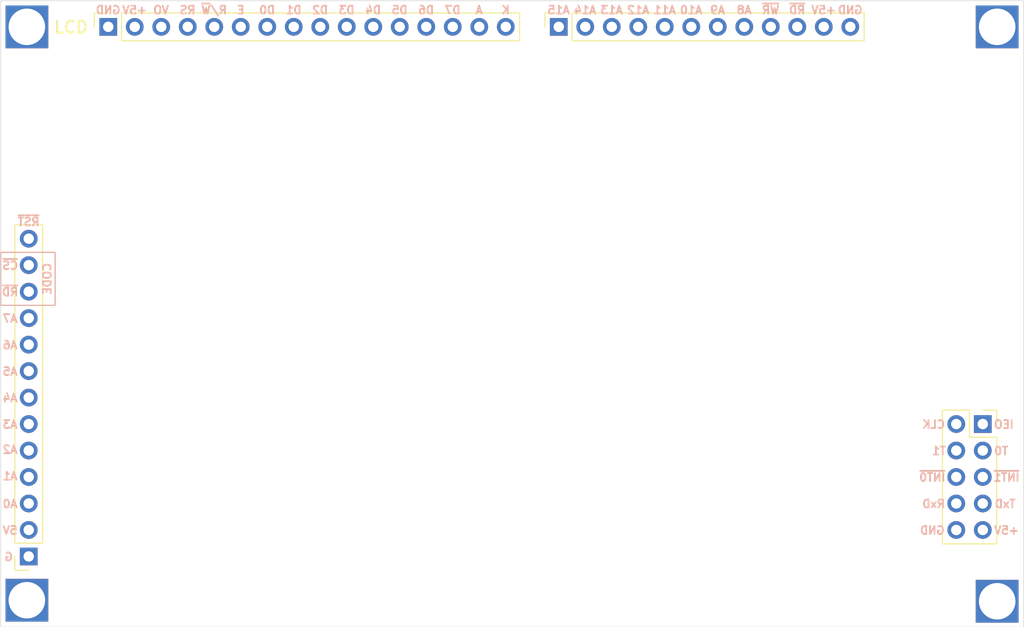
<source format=kicad_pcb>
(kicad_pcb (version 20171130) (host pcbnew 5.1.10)

  (general
    (thickness 1.6)
    (drawings 67)
    (tracks 3)
    (zones 0)
    (modules 8)
    (nets 43)
  )

  (page A4)
  (layers
    (0 F.Cu signal)
    (1 In1.Cu signal)
    (2 In2.Cu signal)
    (31 B.Cu signal)
    (32 B.Adhes user)
    (33 F.Adhes user)
    (34 B.Paste user)
    (35 F.Paste user)
    (36 B.SilkS user)
    (37 F.SilkS user)
    (38 B.Mask user)
    (39 F.Mask user)
    (40 Dwgs.User user)
    (41 Cmts.User user)
    (42 Eco1.User user)
    (43 Eco2.User user)
    (44 Edge.Cuts user)
    (45 Margin user)
    (46 B.CrtYd user)
    (47 F.CrtYd user)
    (48 B.Fab user)
    (49 F.Fab user)
  )

  (setup
    (last_trace_width 0.25)
    (user_trace_width 0.127)
    (user_trace_width 0.1524)
    (user_trace_width 0.254)
    (user_trace_width 0.508)
    (user_trace_width 0.6985)
    (trace_clearance 0.2)
    (zone_clearance 0)
    (zone_45_only no)
    (trace_min 0.127)
    (via_size 0.8)
    (via_drill 0.4)
    (via_min_size 0.4)
    (via_min_drill 0.2)
    (user_via 0.4 0.2)
    (user_via 0.6 0.3)
    (uvia_size 0.3)
    (uvia_drill 0.1)
    (uvias_allowed no)
    (uvia_min_size 0)
    (uvia_min_drill 0)
    (edge_width 0.05)
    (segment_width 0.2)
    (pcb_text_width 0.3)
    (pcb_text_size 1.5 1.5)
    (mod_edge_width 0.12)
    (mod_text_size 1 1)
    (mod_text_width 0.15)
    (pad_size 4.099999 4.099999)
    (pad_drill 3.500001)
    (pad_to_mask_clearance 0)
    (aux_axis_origin 0 0)
    (visible_elements FFFFFF7F)
    (pcbplotparams
      (layerselection 0x010fc_ffffffff)
      (usegerberextensions true)
      (usegerberattributes false)
      (usegerberadvancedattributes false)
      (creategerberjobfile false)
      (excludeedgelayer true)
      (linewidth 0.100000)
      (plotframeref false)
      (viasonmask false)
      (mode 1)
      (useauxorigin false)
      (hpglpennumber 1)
      (hpglpenspeed 20)
      (hpglpendiameter 15.000000)
      (psnegative false)
      (psa4output false)
      (plotreference true)
      (plotvalue false)
      (plotinvisibletext false)
      (padsonsilk false)
      (subtractmaskfromsilk true)
      (outputformat 1)
      (mirror false)
      (drillshape 0)
      (scaleselection 1)
      (outputdirectory "../P80C550-EVN-out/"))
  )

  (net 0 "")
  (net 1 GND)
  (net 2 /D7)
  (net 3 /D6)
  (net 4 /D5)
  (net 5 /D4)
  (net 6 /D3)
  (net 7 /D2)
  (net 8 /D1)
  (net 9 /D0)
  (net 10 ~WR)
  (net 11 /A0)
  (net 12 +5V)
  (net 13 ~CODE_RD)
  (net 14 /A14)
  (net 15 /A13)
  (net 16 /A11)
  (net 17 /A9)
  (net 18 /A12)
  (net 19 /A10)
  (net 20 /A8)
  (net 21 CLK)
  (net 22 ~RD)
  (net 23 ~INT1)
  (net 24 ~INT0)
  (net 25 /A1)
  (net 26 /A2)
  (net 27 /A3)
  (net 28 /A4)
  (net 29 /A5)
  (net 30 /A6)
  (net 31 /A7)
  (net 32 ~RST)
  (net 33 SCC1_IEO)
  (net 34 RxD)
  (net 35 TxD)
  (net 36 T1)
  (net 37 T0)
  (net 38 /A15)
  (net 39 ~CODE_CS)
  (net 40 "Net-(J5-Pad16)")
  (net 41 "Net-(J5-Pad6)")
  (net 42 "Net-(J5-Pad3)")

  (net_class Default "This is the default net class."
    (clearance 0.2)
    (trace_width 0.25)
    (via_dia 0.8)
    (via_drill 0.4)
    (uvia_dia 0.3)
    (uvia_drill 0.1)
    (add_net +5V)
    (add_net /A0)
    (add_net /A1)
    (add_net /A10)
    (add_net /A11)
    (add_net /A12)
    (add_net /A13)
    (add_net /A14)
    (add_net /A15)
    (add_net /A2)
    (add_net /A3)
    (add_net /A4)
    (add_net /A5)
    (add_net /A6)
    (add_net /A7)
    (add_net /A8)
    (add_net /A9)
    (add_net /D0)
    (add_net /D1)
    (add_net /D2)
    (add_net /D3)
    (add_net /D4)
    (add_net /D5)
    (add_net /D6)
    (add_net /D7)
    (add_net CLK)
    (add_net GND)
    (add_net "Net-(J5-Pad16)")
    (add_net "Net-(J5-Pad3)")
    (add_net "Net-(J5-Pad6)")
    (add_net RxD)
    (add_net SCC1_IEO)
    (add_net T0)
    (add_net T1)
    (add_net TxD)
    (add_net ~CODE_CS)
    (add_net ~CODE_RD)
    (add_net ~INT0)
    (add_net ~INT1)
    (add_net ~RD)
    (add_net ~RST)
    (add_net ~WR)
  )

  (module P80C550-EVN:MountingHole_3.5mm_Pad_LCD (layer F.Cu) (tedit 60776F37) (tstamp 607EA24E)
    (at 100.925 130.779)
    (descr "Mounting Hole 3.5mm")
    (tags "mounting hole 3.5mm")
    (path /608C2CDE)
    (attr virtual)
    (fp_text reference H3 (at 0 -4.5) (layer F.SilkS) hide
      (effects (font (size 1 1) (thickness 0.15)))
    )
    (fp_text value MountingHole_Pad (at 0 4.5) (layer F.Fab) hide
      (effects (font (size 1 1) (thickness 0.15)))
    )
    (fp_line (start 2.159 -2.286) (end -2.159 -2.286) (layer F.CrtYd) (width 0.05))
    (fp_line (start 2.286 2.159) (end 2.286 -2.159) (layer F.CrtYd) (width 0.05))
    (fp_line (start -2.159 2.286) (end 2.159 2.286) (layer F.CrtYd) (width 0.05))
    (fp_line (start -2.286 -2.159) (end -2.286 2.159) (layer F.CrtYd) (width 0.05))
    (fp_line (start -2.286 2.159) (end -2.286 2.286) (layer F.CrtYd) (width 0.05))
    (fp_line (start -2.286 2.286) (end -2.159 2.286) (layer F.CrtYd) (width 0.05))
    (fp_line (start 2.159 2.286) (end 2.286 2.286) (layer F.CrtYd) (width 0.05))
    (fp_line (start 2.286 2.286) (end 2.286 2.159) (layer F.CrtYd) (width 0.05))
    (fp_line (start 2.286 -2.159) (end 2.286 -2.286) (layer F.CrtYd) (width 0.05))
    (fp_line (start 2.286 -2.286) (end 2.159 -2.286) (layer F.CrtYd) (width 0.05))
    (fp_line (start -2.286 -2.159) (end -2.286 -2.286) (layer F.CrtYd) (width 0.05))
    (fp_line (start -2.286 -2.286) (end -2.159 -2.286) (layer F.CrtYd) (width 0.05))
    (fp_text user %R (at 0.3 0) (layer F.Fab)
      (effects (font (size 1 1) (thickness 0.15)))
    )
    (pad 1 thru_hole rect (at 0 0) (size 4.1 4.1) (drill 3.5) (layers *.Cu *.Mask)
      (net 1 GND))
  )

  (module P80C550-EVN:MountingHole_3.5mm_Pad_LCD (layer F.Cu) (tedit 608111ED) (tstamp 607EA218)
    (at 193.925 130.879)
    (descr "Mounting Hole 3.5mm")
    (tags "mounting hole 3.5mm")
    (path /608C2CE4)
    (attr virtual)
    (fp_text reference H4 (at 0 -4.5) (layer F.SilkS) hide
      (effects (font (size 1 1) (thickness 0.15)))
    )
    (fp_text value MountingHole_Pad (at 0 4.5) (layer F.Fab) hide
      (effects (font (size 1 1) (thickness 0.15)))
    )
    (fp_line (start 2.159 -2.286) (end -2.159 -2.286) (layer F.CrtYd) (width 0.05))
    (fp_line (start 2.286 2.159) (end 2.286 -2.159) (layer F.CrtYd) (width 0.05))
    (fp_line (start -2.159 2.286) (end 2.159 2.286) (layer F.CrtYd) (width 0.05))
    (fp_line (start -2.286 -2.159) (end -2.286 2.159) (layer F.CrtYd) (width 0.05))
    (fp_line (start -2.286 2.159) (end -2.286 2.286) (layer F.CrtYd) (width 0.05))
    (fp_line (start -2.286 2.286) (end -2.159 2.286) (layer F.CrtYd) (width 0.05))
    (fp_line (start 2.159 2.286) (end 2.286 2.286) (layer F.CrtYd) (width 0.05))
    (fp_line (start 2.286 2.286) (end 2.286 2.159) (layer F.CrtYd) (width 0.05))
    (fp_line (start 2.286 -2.159) (end 2.286 -2.286) (layer F.CrtYd) (width 0.05))
    (fp_line (start 2.286 -2.286) (end 2.159 -2.286) (layer F.CrtYd) (width 0.05))
    (fp_line (start -2.286 -2.159) (end -2.286 -2.286) (layer F.CrtYd) (width 0.05))
    (fp_line (start -2.286 -2.286) (end -2.159 -2.286) (layer F.CrtYd) (width 0.05))
    (fp_text user %R (at 0.3 0) (layer F.Fab)
      (effects (font (size 1 1) (thickness 0.15)))
    )
    (pad 1 thru_hole rect (at 0 0) (size 4.099999 4.099999) (drill 3.500001) (layers *.Cu *.Mask)
      (net 1 GND))
  )

  (module Connector_PinSocket_2.54mm:PinSocket_1x13_P2.54mm_Vertical (layer F.Cu) (tedit 5A19A421) (tstamp 6087B41D)
    (at 101.105 126.579 180)
    (descr "Through hole straight socket strip, 1x13, 2.54mm pitch, single row (from Kicad 4.0.7), script generated")
    (tags "Through hole socket strip THT 1x13 2.54mm single row")
    (path /679716AD)
    (fp_text reference J3 (at 0 -2.77) (layer F.SilkS) hide
      (effects (font (size 1 1) (thickness 0.15)))
    )
    (fp_text value "Address Low" (at 0 33.25) (layer F.Fab) hide
      (effects (font (size 1 1) (thickness 0.15)))
    )
    (fp_line (start -1.27 -1.27) (end 0.635 -1.27) (layer F.Fab) (width 0.1))
    (fp_line (start 0.635 -1.27) (end 1.27 -0.635) (layer F.Fab) (width 0.1))
    (fp_line (start 1.27 -0.635) (end 1.27 31.75) (layer F.Fab) (width 0.1))
    (fp_line (start 1.27 31.75) (end -1.27 31.75) (layer F.Fab) (width 0.1))
    (fp_line (start -1.27 31.75) (end -1.27 -1.27) (layer F.Fab) (width 0.1))
    (fp_line (start -1.33 1.27) (end 1.33 1.27) (layer F.SilkS) (width 0.12))
    (fp_line (start -1.33 1.27) (end -1.33 31.81) (layer F.SilkS) (width 0.12))
    (fp_line (start -1.33 31.81) (end 1.33 31.81) (layer F.SilkS) (width 0.12))
    (fp_line (start 1.33 1.27) (end 1.33 31.81) (layer F.SilkS) (width 0.12))
    (fp_line (start 1.33 -1.33) (end 1.33 0) (layer F.SilkS) (width 0.12))
    (fp_line (start 0 -1.33) (end 1.33 -1.33) (layer F.SilkS) (width 0.12))
    (fp_line (start -1.8 -1.8) (end 1.75 -1.8) (layer F.CrtYd) (width 0.05))
    (fp_line (start 1.75 -1.8) (end 1.75 32.25) (layer F.CrtYd) (width 0.05))
    (fp_line (start 1.75 32.25) (end -1.8 32.25) (layer F.CrtYd) (width 0.05))
    (fp_line (start -1.8 32.25) (end -1.8 -1.8) (layer F.CrtYd) (width 0.05))
    (fp_text user %R (at 0 15.24 90) (layer F.Fab)
      (effects (font (size 1 1) (thickness 0.15)))
    )
    (pad 13 thru_hole oval (at 0 30.48 180) (size 1.7 1.7) (drill 1) (layers *.Cu *.Mask)
      (net 32 ~RST))
    (pad 12 thru_hole oval (at 0 27.94 180) (size 1.7 1.7) (drill 1) (layers *.Cu *.Mask)
      (net 39 ~CODE_CS))
    (pad 11 thru_hole oval (at 0 25.4 180) (size 1.7 1.7) (drill 1) (layers *.Cu *.Mask)
      (net 13 ~CODE_RD))
    (pad 10 thru_hole oval (at 0 22.86 180) (size 1.7 1.7) (drill 1) (layers *.Cu *.Mask)
      (net 31 /A7))
    (pad 9 thru_hole oval (at 0 20.32 180) (size 1.7 1.7) (drill 1) (layers *.Cu *.Mask)
      (net 30 /A6))
    (pad 8 thru_hole oval (at 0 17.78 180) (size 1.7 1.7) (drill 1) (layers *.Cu *.Mask)
      (net 29 /A5))
    (pad 7 thru_hole oval (at 0 15.24 180) (size 1.7 1.7) (drill 1) (layers *.Cu *.Mask)
      (net 28 /A4))
    (pad 6 thru_hole oval (at 0 12.7 180) (size 1.7 1.7) (drill 1) (layers *.Cu *.Mask)
      (net 27 /A3))
    (pad 5 thru_hole oval (at 0 10.16 180) (size 1.7 1.7) (drill 1) (layers *.Cu *.Mask)
      (net 26 /A2))
    (pad 4 thru_hole oval (at 0 7.62 180) (size 1.7 1.7) (drill 1) (layers *.Cu *.Mask)
      (net 25 /A1))
    (pad 3 thru_hole oval (at 0 5.08 180) (size 1.7 1.7) (drill 1) (layers *.Cu *.Mask)
      (net 11 /A0))
    (pad 2 thru_hole oval (at 0 2.54 180) (size 1.7 1.7) (drill 1) (layers *.Cu *.Mask)
      (net 12 +5V))
    (pad 1 thru_hole rect (at 0 0 180) (size 1.7 1.7) (drill 1) (layers *.Cu *.Mask)
      (net 1 GND))
    (model ${KISYS3DMOD}/Connector_PinSocket_2.54mm.3dshapes/PinSocket_1x13_P2.54mm_Vertical.wrl
      (at (xyz 0 0 0))
      (scale (xyz 1 1 1))
      (rotate (xyz 0 0 0))
    )
  )

  (module Connector_PinSocket_2.54mm:PinSocket_2x05_P2.54mm_Vertical (layer F.Cu) (tedit 5A19A42B) (tstamp 6083A7F9)
    (at 192.545 113.879)
    (descr "Through hole straight socket strip, 2x05, 2.54mm pitch, double cols (from Kicad 4.0.7), script generated")
    (tags "Through hole socket strip THT 2x05 2.54mm double row")
    (path /61AEE140)
    (fp_text reference J2 (at -1.27 12.867) (layer F.SilkS) hide
      (effects (font (size 1 1) (thickness 0.15)))
    )
    (fp_text value Signals (at -1.27 12.93) (layer F.Fab) hide
      (effects (font (size 1 1) (thickness 0.15)))
    )
    (fp_line (start -4.34 11.9) (end -4.34 -1.8) (layer F.CrtYd) (width 0.05))
    (fp_line (start 1.76 11.9) (end -4.34 11.9) (layer F.CrtYd) (width 0.05))
    (fp_line (start 1.76 -1.8) (end 1.76 11.9) (layer F.CrtYd) (width 0.05))
    (fp_line (start -4.34 -1.8) (end 1.76 -1.8) (layer F.CrtYd) (width 0.05))
    (fp_line (start 0 -1.33) (end 1.33 -1.33) (layer F.SilkS) (width 0.12))
    (fp_line (start 1.33 -1.33) (end 1.33 0) (layer F.SilkS) (width 0.12))
    (fp_line (start -1.27 -1.33) (end -1.27 1.27) (layer F.SilkS) (width 0.12))
    (fp_line (start -1.27 1.27) (end 1.33 1.27) (layer F.SilkS) (width 0.12))
    (fp_line (start 1.33 1.27) (end 1.33 11.49) (layer F.SilkS) (width 0.12))
    (fp_line (start -3.87 11.49) (end 1.33 11.49) (layer F.SilkS) (width 0.12))
    (fp_line (start -3.87 -1.33) (end -3.87 11.49) (layer F.SilkS) (width 0.12))
    (fp_line (start -3.87 -1.33) (end -1.27 -1.33) (layer F.SilkS) (width 0.12))
    (fp_line (start -3.81 11.43) (end -3.81 -1.27) (layer F.Fab) (width 0.1))
    (fp_line (start 1.27 11.43) (end -3.81 11.43) (layer F.Fab) (width 0.1))
    (fp_line (start 1.27 -0.27) (end 1.27 11.43) (layer F.Fab) (width 0.1))
    (fp_line (start 0.27 -1.27) (end 1.27 -0.27) (layer F.Fab) (width 0.1))
    (fp_line (start -3.81 -1.27) (end 0.27 -1.27) (layer F.Fab) (width 0.1))
    (fp_text user %R (at -1.27 5.08 90) (layer F.Fab)
      (effects (font (size 1 1) (thickness 0.15)))
    )
    (pad 10 thru_hole oval (at -2.54 10.16) (size 1.7 1.7) (drill 1) (layers *.Cu *.Mask)
      (net 1 GND))
    (pad 9 thru_hole oval (at 0 10.16) (size 1.7 1.7) (drill 1) (layers *.Cu *.Mask)
      (net 12 +5V))
    (pad 8 thru_hole oval (at -2.54 7.62) (size 1.7 1.7) (drill 1) (layers *.Cu *.Mask)
      (net 34 RxD))
    (pad 7 thru_hole oval (at 0 7.62) (size 1.7 1.7) (drill 1) (layers *.Cu *.Mask)
      (net 35 TxD))
    (pad 6 thru_hole oval (at -2.54 5.08) (size 1.7 1.7) (drill 1) (layers *.Cu *.Mask)
      (net 24 ~INT0))
    (pad 5 thru_hole oval (at 0 5.08) (size 1.7 1.7) (drill 1) (layers *.Cu *.Mask)
      (net 23 ~INT1))
    (pad 4 thru_hole oval (at -2.54 2.54) (size 1.7 1.7) (drill 1) (layers *.Cu *.Mask)
      (net 36 T1))
    (pad 3 thru_hole oval (at 0 2.54) (size 1.7 1.7) (drill 1) (layers *.Cu *.Mask)
      (net 37 T0))
    (pad 2 thru_hole oval (at -2.54 0) (size 1.7 1.7) (drill 1) (layers *.Cu *.Mask)
      (net 21 CLK))
    (pad 1 thru_hole rect (at 0 0) (size 1.7 1.7) (drill 1) (layers *.Cu *.Mask)
      (net 33 SCC1_IEO))
    (model ${KISYS3DMOD}/Connector_PinSocket_2.54mm.3dshapes/PinSocket_2x05_P2.54mm_Vertical.wrl
      (at (xyz 0 0 0))
      (scale (xyz 1 1 1))
      (rotate (xyz 0 0 0))
    )
  )

  (module Connector_PinSocket_2.54mm:PinSocket_1x12_P2.54mm_Vertical (layer F.Cu) (tedit 5A19A41D) (tstamp 607E926C)
    (at 151.905 75.779 90)
    (descr "Through hole straight socket strip, 1x12, 2.54mm pitch, single row (from Kicad 4.0.7), script generated")
    (tags "Through hole socket strip THT 1x12 2.54mm single row")
    (path /607FFB51)
    (fp_text reference J4 (at 0 -2.553 180) (layer F.SilkS) hide
      (effects (font (size 1 1) (thickness 0.15)))
    )
    (fp_text value "Address High" (at 0 30.71 180) (layer F.Fab) hide
      (effects (font (size 1 1) (thickness 0.15)))
    )
    (fp_line (start -1.8 29.7) (end -1.8 -1.8) (layer F.CrtYd) (width 0.05))
    (fp_line (start 1.75 29.7) (end -1.8 29.7) (layer F.CrtYd) (width 0.05))
    (fp_line (start 1.75 -1.8) (end 1.75 29.7) (layer F.CrtYd) (width 0.05))
    (fp_line (start -1.8 -1.8) (end 1.75 -1.8) (layer F.CrtYd) (width 0.05))
    (fp_line (start 0 -1.33) (end 1.33 -1.33) (layer F.SilkS) (width 0.12))
    (fp_line (start 1.33 -1.33) (end 1.33 0) (layer F.SilkS) (width 0.12))
    (fp_line (start 1.33 1.27) (end 1.33 29.27) (layer F.SilkS) (width 0.12))
    (fp_line (start -1.33 29.27) (end 1.33 29.27) (layer F.SilkS) (width 0.12))
    (fp_line (start -1.33 1.27) (end -1.33 29.27) (layer F.SilkS) (width 0.12))
    (fp_line (start -1.33 1.27) (end 1.33 1.27) (layer F.SilkS) (width 0.12))
    (fp_line (start -1.27 29.21) (end -1.27 -1.27) (layer F.Fab) (width 0.1))
    (fp_line (start 1.27 29.21) (end -1.27 29.21) (layer F.Fab) (width 0.1))
    (fp_line (start 1.27 -0.635) (end 1.27 29.21) (layer F.Fab) (width 0.1))
    (fp_line (start 0.635 -1.27) (end 1.27 -0.635) (layer F.Fab) (width 0.1))
    (fp_line (start -1.27 -1.27) (end 0.635 -1.27) (layer F.Fab) (width 0.1))
    (fp_text user %R (at 0 13.97) (layer F.Fab)
      (effects (font (size 1 1) (thickness 0.15)))
    )
    (pad 1 thru_hole rect (at 0 0 90) (size 1.7 1.7) (drill 1) (layers *.Cu *.Mask)
      (net 38 /A15))
    (pad 2 thru_hole oval (at 0 2.54 90) (size 1.7 1.7) (drill 1) (layers *.Cu *.Mask)
      (net 14 /A14))
    (pad 3 thru_hole oval (at 0 5.08 90) (size 1.7 1.7) (drill 1) (layers *.Cu *.Mask)
      (net 15 /A13))
    (pad 4 thru_hole oval (at 0 7.62 90) (size 1.7 1.7) (drill 1) (layers *.Cu *.Mask)
      (net 18 /A12))
    (pad 5 thru_hole oval (at 0 10.16 90) (size 1.7 1.7) (drill 1) (layers *.Cu *.Mask)
      (net 16 /A11))
    (pad 6 thru_hole oval (at 0 12.7 90) (size 1.7 1.7) (drill 1) (layers *.Cu *.Mask)
      (net 19 /A10))
    (pad 7 thru_hole oval (at 0 15.24 90) (size 1.7 1.7) (drill 1) (layers *.Cu *.Mask)
      (net 17 /A9))
    (pad 8 thru_hole oval (at 0 17.78 90) (size 1.7 1.7) (drill 1) (layers *.Cu *.Mask)
      (net 20 /A8))
    (pad 9 thru_hole oval (at 0 20.32 90) (size 1.7 1.7) (drill 1) (layers *.Cu *.Mask)
      (net 10 ~WR))
    (pad 10 thru_hole oval (at 0 22.86 90) (size 1.7 1.7) (drill 1) (layers *.Cu *.Mask)
      (net 22 ~RD))
    (pad 11 thru_hole oval (at 0 25.4 90) (size 1.7 1.7) (drill 1) (layers *.Cu *.Mask)
      (net 12 +5V))
    (pad 12 thru_hole oval (at 0 27.94 90) (size 1.7 1.7) (drill 1) (layers *.Cu *.Mask)
      (net 1 GND))
    (model ${KISYS3DMOD}/Connector_PinSocket_2.54mm.3dshapes/PinSocket_1x12_P2.54mm_Vertical.wrl
      (at (xyz 0 0 0))
      (scale (xyz 1 1 1))
      (rotate (xyz 0 0 0))
    )
  )

  (module P80C550-EVN:MountingHole_3.5mm_Pad_LCD (layer F.Cu) (tedit 60776F37) (tstamp 607EA4EB)
    (at 100.925 75.779)
    (descr "Mounting Hole 3.5mm")
    (tags "mounting hole 3.5mm")
    (path /608A5D32)
    (attr virtual)
    (fp_text reference H1 (at 0 -4.5) (layer F.SilkS) hide
      (effects (font (size 1 1) (thickness 0.15)))
    )
    (fp_text value MountingHole_Pad (at 0 4.5) (layer F.Fab) hide
      (effects (font (size 1 1) (thickness 0.15)))
    )
    (fp_line (start 2.159 -2.286) (end -2.159 -2.286) (layer F.CrtYd) (width 0.05))
    (fp_line (start 2.286 2.159) (end 2.286 -2.159) (layer F.CrtYd) (width 0.05))
    (fp_line (start -2.159 2.286) (end 2.159 2.286) (layer F.CrtYd) (width 0.05))
    (fp_line (start -2.286 -2.159) (end -2.286 2.159) (layer F.CrtYd) (width 0.05))
    (fp_line (start -2.286 2.159) (end -2.286 2.286) (layer F.CrtYd) (width 0.05))
    (fp_line (start -2.286 2.286) (end -2.159 2.286) (layer F.CrtYd) (width 0.05))
    (fp_line (start 2.159 2.286) (end 2.286 2.286) (layer F.CrtYd) (width 0.05))
    (fp_line (start 2.286 2.286) (end 2.286 2.159) (layer F.CrtYd) (width 0.05))
    (fp_line (start 2.286 -2.159) (end 2.286 -2.286) (layer F.CrtYd) (width 0.05))
    (fp_line (start 2.286 -2.286) (end 2.159 -2.286) (layer F.CrtYd) (width 0.05))
    (fp_line (start -2.286 -2.159) (end -2.286 -2.286) (layer F.CrtYd) (width 0.05))
    (fp_line (start -2.286 -2.286) (end -2.159 -2.286) (layer F.CrtYd) (width 0.05))
    (fp_text user %R (at 0.3 0) (layer F.Fab)
      (effects (font (size 1 1) (thickness 0.15)))
    )
    (pad 1 thru_hole rect (at 0 0) (size 4.1 4.1) (drill 3.5) (layers *.Cu *.Mask)
      (net 1 GND))
  )

  (module P80C550-EVN:MountingHole_3.5mm_Pad_LCD (layer F.Cu) (tedit 60776F37) (tstamp 607EA281)
    (at 193.925 75.779)
    (descr "Mounting Hole 3.5mm")
    (tags "mounting hole 3.5mm")
    (path /608A89D4)
    (attr virtual)
    (fp_text reference H2 (at 0 -4.5) (layer F.SilkS) hide
      (effects (font (size 1 1) (thickness 0.15)))
    )
    (fp_text value MountingHole_Pad (at 0 4.5) (layer F.Fab) hide
      (effects (font (size 1 1) (thickness 0.15)))
    )
    (fp_line (start 2.159 -2.286) (end -2.159 -2.286) (layer F.CrtYd) (width 0.05))
    (fp_line (start 2.286 2.159) (end 2.286 -2.159) (layer F.CrtYd) (width 0.05))
    (fp_line (start -2.159 2.286) (end 2.159 2.286) (layer F.CrtYd) (width 0.05))
    (fp_line (start -2.286 -2.159) (end -2.286 2.159) (layer F.CrtYd) (width 0.05))
    (fp_line (start -2.286 2.159) (end -2.286 2.286) (layer F.CrtYd) (width 0.05))
    (fp_line (start -2.286 2.286) (end -2.159 2.286) (layer F.CrtYd) (width 0.05))
    (fp_line (start 2.159 2.286) (end 2.286 2.286) (layer F.CrtYd) (width 0.05))
    (fp_line (start 2.286 2.286) (end 2.286 2.159) (layer F.CrtYd) (width 0.05))
    (fp_line (start 2.286 -2.159) (end 2.286 -2.286) (layer F.CrtYd) (width 0.05))
    (fp_line (start 2.286 -2.286) (end 2.159 -2.286) (layer F.CrtYd) (width 0.05))
    (fp_line (start -2.286 -2.159) (end -2.286 -2.286) (layer F.CrtYd) (width 0.05))
    (fp_line (start -2.286 -2.286) (end -2.159 -2.286) (layer F.CrtYd) (width 0.05))
    (fp_text user %R (at 0.3 0) (layer F.Fab)
      (effects (font (size 1 1) (thickness 0.15)))
    )
    (pad 1 thru_hole rect (at 0 0) (size 4.1 4.1) (drill 3.5) (layers *.Cu *.Mask)
      (net 1 GND))
  )

  (module Connector_PinSocket_2.54mm:PinSocket_1x16_P2.54mm_Vertical (layer F.Cu) (tedit 5A19A41E) (tstamp 607EA2C6)
    (at 108.725 75.779 90)
    (descr "Through hole straight socket strip, 1x16, 2.54mm pitch, single row (from Kicad 4.0.7), script generated")
    (tags "Through hole socket strip THT 1x16 2.54mm single row")
    (path /611DB170)
    (fp_text reference J5 (at 0 -2.77 180) (layer F.SilkS) hide
      (effects (font (size 1 1) (thickness 0.15)))
    )
    (fp_text value LCD (at 0 40.87 90) (layer F.Fab) hide
      (effects (font (size 1 1) (thickness 0.15)))
    )
    (fp_line (start -1.27 -1.27) (end 0.635 -1.27) (layer F.Fab) (width 0.1))
    (fp_line (start 0.635 -1.27) (end 1.27 -0.635) (layer F.Fab) (width 0.1))
    (fp_line (start 1.27 -0.635) (end 1.27 39.37) (layer F.Fab) (width 0.1))
    (fp_line (start 1.27 39.37) (end -1.27 39.37) (layer F.Fab) (width 0.1))
    (fp_line (start -1.27 39.37) (end -1.27 -1.27) (layer F.Fab) (width 0.1))
    (fp_line (start -1.33 1.27) (end 1.33 1.27) (layer F.SilkS) (width 0.12))
    (fp_line (start -1.33 1.27) (end -1.33 39.43) (layer F.SilkS) (width 0.12))
    (fp_line (start -1.33 39.43) (end 1.33 39.43) (layer F.SilkS) (width 0.12))
    (fp_line (start 1.33 1.27) (end 1.33 39.43) (layer F.SilkS) (width 0.12))
    (fp_line (start 1.33 -1.33) (end 1.33 0) (layer F.SilkS) (width 0.12))
    (fp_line (start 0 -1.33) (end 1.33 -1.33) (layer F.SilkS) (width 0.12))
    (fp_line (start -1.8 -1.8) (end 1.75 -1.8) (layer F.CrtYd) (width 0.05))
    (fp_line (start 1.75 -1.8) (end 1.75 39.9) (layer F.CrtYd) (width 0.05))
    (fp_line (start 1.75 39.9) (end -1.8 39.9) (layer F.CrtYd) (width 0.05))
    (fp_line (start -1.8 39.9) (end -1.8 -1.8) (layer F.CrtYd) (width 0.05))
    (fp_text user %R (at 0 19.05) (layer F.Fab)
      (effects (font (size 1 1) (thickness 0.15)))
    )
    (pad 16 thru_hole oval (at 0 38.1 90) (size 1.7 1.7) (drill 1) (layers *.Cu *.Mask)
      (net 40 "Net-(J5-Pad16)"))
    (pad 15 thru_hole oval (at 0 35.56 90) (size 1.7 1.7) (drill 1) (layers *.Cu *.Mask)
      (net 12 +5V))
    (pad 14 thru_hole oval (at 0 33.02 90) (size 1.7 1.7) (drill 1) (layers *.Cu *.Mask)
      (net 2 /D7))
    (pad 13 thru_hole oval (at 0 30.48 90) (size 1.7 1.7) (drill 1) (layers *.Cu *.Mask)
      (net 3 /D6))
    (pad 12 thru_hole oval (at 0 27.94 90) (size 1.7 1.7) (drill 1) (layers *.Cu *.Mask)
      (net 4 /D5))
    (pad 11 thru_hole oval (at 0 25.4 90) (size 1.7 1.7) (drill 1) (layers *.Cu *.Mask)
      (net 5 /D4))
    (pad 10 thru_hole oval (at 0 22.86 90) (size 1.7 1.7) (drill 1) (layers *.Cu *.Mask)
      (net 6 /D3))
    (pad 9 thru_hole oval (at 0 20.32 90) (size 1.7 1.7) (drill 1) (layers *.Cu *.Mask)
      (net 7 /D2))
    (pad 8 thru_hole oval (at 0 17.78 90) (size 1.7 1.7) (drill 1) (layers *.Cu *.Mask)
      (net 8 /D1))
    (pad 7 thru_hole oval (at 0 15.24 90) (size 1.7 1.7) (drill 1) (layers *.Cu *.Mask)
      (net 9 /D0))
    (pad 6 thru_hole oval (at 0 12.7 90) (size 1.7 1.7) (drill 1) (layers *.Cu *.Mask)
      (net 41 "Net-(J5-Pad6)"))
    (pad 5 thru_hole oval (at 0 10.16 90) (size 1.7 1.7) (drill 1) (layers *.Cu *.Mask)
      (net 10 ~WR))
    (pad 4 thru_hole oval (at 0 7.62 90) (size 1.7 1.7) (drill 1) (layers *.Cu *.Mask)
      (net 11 /A0))
    (pad 3 thru_hole oval (at 0 5.08 90) (size 1.7 1.7) (drill 1) (layers *.Cu *.Mask)
      (net 42 "Net-(J5-Pad3)"))
    (pad 2 thru_hole oval (at 0 2.54 90) (size 1.7 1.7) (drill 1) (layers *.Cu *.Mask)
      (net 12 +5V))
    (pad 1 thru_hole rect (at 0 0 90) (size 1.7 1.7) (drill 1) (layers *.Cu *.Mask)
      (net 1 GND))
    (model ${KISYS3DMOD}/Connector_PinSocket_2.54mm.3dshapes/PinSocket_1x16_P2.54mm_Vertical.wrl
      (at (xyz 0 0 0))
      (scale (xyz 1 1 1))
      (rotate (xyz 0 0 0))
    )
  )

  (gr_line (start 196.469 133.35) (end 98.425 133.35) (layer Edge.Cuts) (width 0.05) (tstamp 60F8956D))
  (gr_line (start 98.425 73.279) (end 98.425 133.35) (layer Edge.Cuts) (width 0.05) (tstamp 6080B162))
  (gr_line (start 98.425 133.279) (end 98.425 73.279) (layer Dwgs.User) (width 0.15) (tstamp 607E9782))
  (gr_line (start 196.469 73.279) (end 196.469 133.35) (layer Edge.Cuts) (width 0.05) (tstamp 607EA793))
  (gr_line (start 196.425 73.279) (end 196.425 133.279) (layer Dwgs.User) (width 0.15) (tstamp 607E977C))
  (gr_line (start 196.425 133.279) (end 98.425 133.279) (layer Dwgs.User) (width 0.15) (tstamp 607E977F))
  (gr_line (start 98.425 102.489) (end 98.552 102.489) (layer B.SilkS) (width 0.12) (tstamp 6087C38E))
  (gr_line (start 98.425 97.409) (end 98.425 102.489) (layer B.SilkS) (width 0.12))
  (gr_line (start 98.552 97.409) (end 98.425 97.409) (layer B.SilkS) (width 0.12))
  (gr_line (start 103.632 97.409) (end 103.632 102.489) (layer B.SilkS) (width 0.12) (tstamp 6087C38D))
  (gr_line (start 98.552 97.409) (end 103.632 97.409) (layer B.SilkS) (width 0.12))
  (gr_line (start 98.552 102.489) (end 103.632 102.489) (layer B.SilkS) (width 0.12))
  (gr_text CODE (at 102.87 99.949 90) (layer B.SilkS) (tstamp 6087BD50)
    (effects (font (size 0.762 0.762) (thickness 0.1651)) (justify mirror))
  )
  (gr_text ~CS (at 99.314 98.679) (layer B.SilkS) (tstamp 6087BD50)
    (effects (font (size 0.762 0.762) (thickness 0.1651)) (justify mirror))
  )
  (gr_text +5V (at 194.818 124.079) (layer B.SilkS) (tstamp 60830472)
    (effects (font (size 0.762 0.762) (thickness 0.1651)) (justify mirror))
  )
  (gr_text TxD (at 194.691 121.539) (layer B.SilkS) (tstamp 60830472)
    (effects (font (size 0.762 0.762) (thickness 0.1651)) (justify mirror))
  )
  (gr_text ~INT1 (at 194.818 118.999) (layer B.SilkS) (tstamp 60830472)
    (effects (font (size 0.762 0.762) (thickness 0.1651)) (justify mirror))
  )
  (gr_text T0 (at 194.31 116.459) (layer B.SilkS) (tstamp 60830472)
    (effects (font (size 0.762 0.762) (thickness 0.1651)) (justify mirror))
  )
  (gr_text IEO (at 194.564 113.919) (layer B.SilkS) (tstamp 60830472)
    (effects (font (size 0.762 0.762) (thickness 0.1651)) (justify mirror))
  )
  (gr_text GND (at 187.706 124.079) (layer B.SilkS) (tstamp 60830472)
    (effects (font (size 0.762 0.762) (thickness 0.1651)) (justify mirror))
  )
  (gr_text RxD (at 187.833 121.539) (layer B.SilkS) (tstamp 60830472)
    (effects (font (size 0.762 0.762) (thickness 0.1651)) (justify mirror))
  )
  (gr_text ~INT0 (at 187.706 118.999) (layer B.SilkS) (tstamp 60830472)
    (effects (font (size 0.762 0.762) (thickness 0.1651)) (justify mirror))
  )
  (gr_text T1 (at 188.341 116.459) (layer B.SilkS) (tstamp 60830472)
    (effects (font (size 0.762 0.762) (thickness 0.1651)) (justify mirror))
  )
  (gr_text CLK (at 187.833 113.919) (layer B.SilkS) (tstamp 60830472)
    (effects (font (size 0.762 0.762) (thickness 0.1651)) (justify mirror))
  )
  (gr_text ~RD (at 174.752 74.168) (layer B.SilkS) (tstamp 6082DA25)
    (effects (font (size 0.762 0.762) (thickness 0.1651)) (justify mirror))
  )
  (gr_text GND (at 179.832 74.168) (layer B.SilkS) (tstamp 6082DA24)
    (effects (font (size 0.762 0.762) (thickness 0.1651)) (justify mirror))
  )
  (gr_text ~WR (at 172.212 74.168) (layer B.SilkS) (tstamp 6082DA23)
    (effects (font (size 0.762 0.762) (thickness 0.1651)) (justify mirror))
  )
  (gr_text +5V (at 177.292 74.168) (layer B.SilkS) (tstamp 6082DA22)
    (effects (font (size 0.762 0.762) (thickness 0.1651)) (justify mirror))
  )
  (gr_text A10 (at 164.592 74.168) (layer B.SilkS) (tstamp 6082D9C8)
    (effects (font (size 0.762 0.762) (thickness 0.1651)) (justify mirror))
  )
  (gr_text A8 (at 169.672 74.168) (layer B.SilkS) (tstamp 6082D9C7)
    (effects (font (size 0.762 0.762) (thickness 0.1651)) (justify mirror))
  )
  (gr_text A14 (at 154.432 74.168) (layer B.SilkS) (tstamp 6082D9C6)
    (effects (font (size 0.762 0.762) (thickness 0.1651)) (justify mirror))
  )
  (gr_text A9 (at 167.132 74.168) (layer B.SilkS) (tstamp 6082D9C5)
    (effects (font (size 0.762 0.762) (thickness 0.1651)) (justify mirror))
  )
  (gr_text A13 (at 156.972 74.168) (layer B.SilkS) (tstamp 6082D9C4)
    (effects (font (size 0.762 0.762) (thickness 0.1651)) (justify mirror))
  )
  (gr_text A11 (at 162.052 74.168) (layer B.SilkS) (tstamp 6082D9C3)
    (effects (font (size 0.762 0.762) (thickness 0.1651)) (justify mirror))
  )
  (gr_text A12 (at 159.512 74.168) (layer B.SilkS) (tstamp 6082D9C2)
    (effects (font (size 0.762 0.762) (thickness 0.1651)) (justify mirror))
  )
  (gr_text A15 (at 151.892 74.168) (layer B.SilkS) (tstamp 6082D9C0)
    (effects (font (size 0.762 0.762) (thickness 0.1651)) (justify mirror))
  )
  (gr_text K (at 146.812 74.168) (layer B.SilkS) (tstamp 6082D988)
    (effects (font (size 0.762 0.762) (thickness 0.1651)) (justify mirror))
  )
  (gr_text A (at 144.272 74.168) (layer B.SilkS) (tstamp 6082D988)
    (effects (font (size 0.762 0.762) (thickness 0.1651)) (justify mirror))
  )
  (gr_text D7 (at 141.732 74.168) (layer B.SilkS) (tstamp 6082D988)
    (effects (font (size 0.762 0.762) (thickness 0.1651)) (justify mirror))
  )
  (gr_text D6 (at 139.192 74.168) (layer B.SilkS) (tstamp 6082D988)
    (effects (font (size 0.762 0.762) (thickness 0.1651)) (justify mirror))
  )
  (gr_text D5 (at 136.652 74.168) (layer B.SilkS) (tstamp 6082D988)
    (effects (font (size 0.762 0.762) (thickness 0.1651)) (justify mirror))
  )
  (gr_text D4 (at 134.112 74.168) (layer B.SilkS) (tstamp 6082D988)
    (effects (font (size 0.762 0.762) (thickness 0.1651)) (justify mirror))
  )
  (gr_text D3 (at 131.572 74.168) (layer B.SilkS) (tstamp 6082D988)
    (effects (font (size 0.762 0.762) (thickness 0.1651)) (justify mirror))
  )
  (gr_text D2 (at 129.032 74.168) (layer B.SilkS) (tstamp 6082D988)
    (effects (font (size 0.762 0.762) (thickness 0.1651)) (justify mirror))
  )
  (gr_text D1 (at 126.492 74.168) (layer B.SilkS) (tstamp 6082D988)
    (effects (font (size 0.762 0.762) (thickness 0.1651)) (justify mirror))
  )
  (gr_text D0 (at 123.952 74.168) (layer B.SilkS) (tstamp 6082D988)
    (effects (font (size 0.762 0.762) (thickness 0.1651)) (justify mirror))
  )
  (gr_text GND (at 108.712 74.168) (layer B.SilkS) (tstamp 6082D988)
    (effects (font (size 0.762 0.762) (thickness 0.1651)) (justify mirror))
  )
  (gr_text +5V (at 111.252 74.168) (layer B.SilkS) (tstamp 6082D996)
    (effects (font (size 0.762 0.762) (thickness 0.1651)) (justify mirror))
  )
  (gr_text VO (at 113.792 74.168) (layer B.SilkS) (tstamp 6082D988)
    (effects (font (size 0.762 0.762) (thickness 0.1651)) (justify mirror))
  )
  (gr_text E (at 121.412 74.168) (layer B.SilkS) (tstamp 6082D988)
    (effects (font (size 0.762 0.762) (thickness 0.1651)) (justify mirror))
  )
  (gr_text R/~W (at 118.872 74.168) (layer B.SilkS) (tstamp 6082D988)
    (effects (font (size 0.762 0.762) (thickness 0.1651)) (justify mirror))
  )
  (gr_text RS (at 116.332 74.168) (layer B.SilkS) (tstamp 6082D988)
    (effects (font (size 0.762 0.762) (thickness 0.1651)) (justify mirror))
  )
  (gr_text G (at 99.187 126.619) (layer B.SilkS) (tstamp 608136BD)
    (effects (font (size 0.762 0.762) (thickness 0.1651)) (justify mirror))
  )
  (gr_text 5V (at 99.314 124.079) (layer B.SilkS) (tstamp 608136BD)
    (effects (font (size 0.762 0.762) (thickness 0.1651)) (justify mirror))
  )
  (gr_text A0 (at 99.314 121.539) (layer B.SilkS) (tstamp 608136BD)
    (effects (font (size 0.762 0.762) (thickness 0.1651)) (justify mirror))
  )
  (gr_text A1 (at 99.314 118.872) (layer B.SilkS) (tstamp 608136BD)
    (effects (font (size 0.762 0.762) (thickness 0.1651)) (justify mirror))
  )
  (gr_text A2 (at 99.314 116.332) (layer B.SilkS) (tstamp 608136BD)
    (effects (font (size 0.762 0.762) (thickness 0.1651)) (justify mirror))
  )
  (gr_text A3 (at 99.314 113.919) (layer B.SilkS) (tstamp 608136BD)
    (effects (font (size 0.762 0.762) (thickness 0.1651)) (justify mirror))
  )
  (gr_text A4 (at 99.314 111.379) (layer B.SilkS) (tstamp 60813665)
    (effects (font (size 0.762 0.762) (thickness 0.1651)) (justify mirror))
  )
  (gr_text A5 (at 99.314 108.839) (layer B.SilkS) (tstamp 60813665)
    (effects (font (size 0.762 0.762) (thickness 0.1651)) (justify mirror))
  )
  (gr_text A6 (at 99.314 106.299) (layer B.SilkS) (tstamp 60813665)
    (effects (font (size 0.762 0.762) (thickness 0.1651)) (justify mirror))
  )
  (gr_text A7 (at 99.314 103.759) (layer B.SilkS) (tstamp 60813665)
    (effects (font (size 0.762 0.762) (thickness 0.1651)) (justify mirror))
  )
  (gr_text ~RD (at 99.314 101.219) (layer B.SilkS) (tstamp 6081376E)
    (effects (font (size 0.762 0.762) (thickness 0.1651)) (justify mirror))
  )
  (gr_text ~RST (at 101.092 94.488) (layer B.SilkS) (tstamp 60848429)
    (effects (font (size 0.762 0.762) (thickness 0.1651)) (justify mirror))
  )
  (gr_text LCD (at 105.156 75.819) (layer F.SilkS)
    (effects (font (size 1.143 1.143) (thickness 0.2032)))
  )
  (gr_line (start 196.469 73.279) (end 98.425 73.279) (layer Edge.Cuts) (width 0.05) (tstamp 608222CF))
  (gr_line (start 98.425 73.279) (end 196.425 73.279) (layer Dwgs.User) (width 0.15) (tstamp 607E9779))

  (segment (start 136.665 76.467) (end 136.665 75.779) (width 0.1524) (layer B.Cu) (net 4) (tstamp 607E96BC))
  (segment (start 134.125 75.779) (end 133.684789 76.219211) (width 0.1524) (layer B.Cu) (net 5) (tstamp 607EA1F0))
  (segment (start 126.505 76.118222) (end 126.505 75.779) (width 0.1524) (layer B.Cu) (net 8) (tstamp 607EA097))

  (zone (net 1) (net_name GND) (layer In1.Cu) (tstamp 608F9680) (hatch edge 0.508)
    (connect_pads (clearance 0.254))
    (min_thickness 0.254)
    (fill yes (arc_segments 32) (thermal_gap 0.254) (thermal_bridge_width 0.508))
    (polygon
      (pts
        (xy 196.469 133.35) (xy 98.425 133.35) (xy 98.425 73.279) (xy 196.469 73.279)
      )
    )
    (filled_polygon
      (pts
        (xy 191.492157 73.729) (xy 191.494 75.55675) (xy 191.58925 75.652) (xy 193.798 75.652) (xy 193.798 75.632)
        (xy 194.052 75.632) (xy 194.052 75.652) (xy 194.072 75.652) (xy 194.072 75.906) (xy 194.052 75.906)
        (xy 194.052 78.11475) (xy 194.14725 78.21) (xy 195.975 78.211843) (xy 196.049689 78.204487) (xy 196.063 78.200449)
        (xy 196.063001 128.457552) (xy 196.049688 128.453514) (xy 195.974999 128.446158) (xy 194.14725 128.448001) (xy 194.052 128.543251)
        (xy 194.052 130.752) (xy 194.072 130.752) (xy 194.072 131.006) (xy 194.052 131.006) (xy 194.052 131.026)
        (xy 193.798 131.026) (xy 193.798 131.006) (xy 191.589251 131.006) (xy 191.494001 131.10125) (xy 191.492158 132.928999)
        (xy 191.493635 132.944) (xy 103.338259 132.944) (xy 103.350487 132.903689) (xy 103.357843 132.829) (xy 103.356 131.00125)
        (xy 103.26075 130.906) (xy 101.052 130.906) (xy 101.052 130.926) (xy 100.798 130.926) (xy 100.798 130.906)
        (xy 100.778 130.906) (xy 100.778 130.652) (xy 100.798 130.652) (xy 100.798 128.44325) (xy 101.052 128.44325)
        (xy 101.052 130.652) (xy 103.26075 130.652) (xy 103.356 130.55675) (xy 103.357742 128.829001) (xy 191.492158 128.829001)
        (xy 191.494001 130.65675) (xy 191.589251 130.752) (xy 193.798 130.752) (xy 193.798 128.543251) (xy 193.70275 128.448001)
        (xy 191.875001 128.446158) (xy 191.800312 128.453514) (xy 191.728493 128.4753) (xy 191.662305 128.510679) (xy 191.60429 128.55829)
        (xy 191.556679 128.616305) (xy 191.5213 128.682493) (xy 191.499514 128.754312) (xy 191.492158 128.829001) (xy 103.357742 128.829001)
        (xy 103.357843 128.729) (xy 103.350487 128.654311) (xy 103.328701 128.582492) (xy 103.293322 128.516304) (xy 103.245711 128.458289)
        (xy 103.187696 128.410678) (xy 103.121508 128.375299) (xy 103.049689 128.353513) (xy 102.975 128.346157) (xy 101.14725 128.348)
        (xy 101.052 128.44325) (xy 100.798 128.44325) (xy 100.70275 128.348) (xy 98.875 128.346157) (xy 98.831 128.35049)
        (xy 98.831 127.429) (xy 99.872157 127.429) (xy 99.879513 127.503689) (xy 99.901299 127.575508) (xy 99.936678 127.641696)
        (xy 99.984289 127.699711) (xy 100.042304 127.747322) (xy 100.108492 127.782701) (xy 100.180311 127.804487) (xy 100.255 127.811843)
        (xy 100.88275 127.81) (xy 100.978 127.71475) (xy 100.978 126.706) (xy 101.232 126.706) (xy 101.232 127.71475)
        (xy 101.32725 127.81) (xy 101.955 127.811843) (xy 102.029689 127.804487) (xy 102.101508 127.782701) (xy 102.167696 127.747322)
        (xy 102.225711 127.699711) (xy 102.273322 127.641696) (xy 102.308701 127.575508) (xy 102.330487 127.503689) (xy 102.337843 127.429)
        (xy 102.336 126.80125) (xy 102.24075 126.706) (xy 101.232 126.706) (xy 100.978 126.706) (xy 99.96925 126.706)
        (xy 99.874 126.80125) (xy 99.872157 127.429) (xy 98.831 127.429) (xy 98.831 125.729) (xy 99.872157 125.729)
        (xy 99.874 126.35675) (xy 99.96925 126.452) (xy 100.978 126.452) (xy 100.978 125.44325) (xy 101.232 125.44325)
        (xy 101.232 126.452) (xy 102.24075 126.452) (xy 102.336 126.35675) (xy 102.337843 125.729) (xy 102.330487 125.654311)
        (xy 102.308701 125.582492) (xy 102.273322 125.516304) (xy 102.225711 125.458289) (xy 102.167696 125.410678) (xy 102.101508 125.375299)
        (xy 102.029689 125.353513) (xy 101.955 125.346157) (xy 101.32725 125.348) (xy 101.232 125.44325) (xy 100.978 125.44325)
        (xy 100.88275 125.348) (xy 100.255 125.346157) (xy 100.180311 125.353513) (xy 100.108492 125.375299) (xy 100.042304 125.410678)
        (xy 99.984289 125.458289) (xy 99.936678 125.516304) (xy 99.901299 125.582492) (xy 99.879513 125.654311) (xy 99.872157 125.729)
        (xy 98.831 125.729) (xy 98.831 123.917757) (xy 99.874 123.917757) (xy 99.874 124.160243) (xy 99.921307 124.398069)
        (xy 100.014102 124.622097) (xy 100.14882 124.823717) (xy 100.320283 124.99518) (xy 100.521903 125.129898) (xy 100.745931 125.222693)
        (xy 100.983757 125.27) (xy 101.226243 125.27) (xy 101.464069 125.222693) (xy 101.688097 125.129898) (xy 101.889717 124.99518)
        (xy 102.06118 124.823717) (xy 102.195898 124.622097) (xy 102.288693 124.398069) (xy 102.297065 124.35598) (xy 188.815511 124.35598)
        (xy 188.839866 124.436288) (xy 188.939761 124.655961) (xy 189.080592 124.851924) (xy 189.256948 125.016647) (xy 189.462051 125.143799)
        (xy 189.688019 125.228495) (xy 189.878 125.168187) (xy 189.878 124.166) (xy 190.132 124.166) (xy 190.132 125.168187)
        (xy 190.321981 125.228495) (xy 190.547949 125.143799) (xy 190.753052 125.016647) (xy 190.929408 124.851924) (xy 191.070239 124.655961)
        (xy 191.170134 124.436288) (xy 191.194489 124.35598) (xy 191.133627 124.166) (xy 190.132 124.166) (xy 189.878 124.166)
        (xy 188.876373 124.166) (xy 188.815511 124.35598) (xy 102.297065 124.35598) (xy 102.336 124.160243) (xy 102.336 123.917757)
        (xy 191.314 123.917757) (xy 191.314 124.160243) (xy 191.361307 124.398069) (xy 191.454102 124.622097) (xy 191.58882 124.823717)
        (xy 191.760283 124.99518) (xy 191.961903 125.129898) (xy 192.185931 125.222693) (xy 192.423757 125.27) (xy 192.666243 125.27)
        (xy 192.904069 125.222693) (xy 193.128097 125.129898) (xy 193.329717 124.99518) (xy 193.50118 124.823717) (xy 193.635898 124.622097)
        (xy 193.728693 124.398069) (xy 193.776 124.160243) (xy 193.776 123.917757) (xy 193.728693 123.679931) (xy 193.635898 123.455903)
        (xy 193.50118 123.254283) (xy 193.329717 123.08282) (xy 193.128097 122.948102) (xy 192.904069 122.855307) (xy 192.666243 122.808)
        (xy 192.423757 122.808) (xy 192.185931 122.855307) (xy 191.961903 122.948102) (xy 191.760283 123.08282) (xy 191.58882 123.254283)
        (xy 191.454102 123.455903) (xy 191.361307 123.679931) (xy 191.314 123.917757) (xy 102.336 123.917757) (xy 102.297066 123.72202)
        (xy 188.815511 123.72202) (xy 188.876373 123.912) (xy 189.878 123.912) (xy 189.878 122.909813) (xy 190.132 122.909813)
        (xy 190.132 123.912) (xy 191.133627 123.912) (xy 191.194489 123.72202) (xy 191.170134 123.641712) (xy 191.070239 123.422039)
        (xy 190.929408 123.226076) (xy 190.753052 123.061353) (xy 190.547949 122.934201) (xy 190.321981 122.849505) (xy 190.132 122.909813)
        (xy 189.878 122.909813) (xy 189.688019 122.849505) (xy 189.462051 122.934201) (xy 189.256948 123.061353) (xy 189.080592 123.226076)
        (xy 188.939761 123.422039) (xy 188.839866 123.641712) (xy 188.815511 123.72202) (xy 102.297066 123.72202) (xy 102.288693 123.679931)
        (xy 102.195898 123.455903) (xy 102.06118 123.254283) (xy 101.889717 123.08282) (xy 101.688097 122.948102) (xy 101.464069 122.855307)
        (xy 101.226243 122.808) (xy 100.983757 122.808) (xy 100.745931 122.855307) (xy 100.521903 122.948102) (xy 100.320283 123.08282)
        (xy 100.14882 123.254283) (xy 100.014102 123.455903) (xy 99.921307 123.679931) (xy 99.874 123.917757) (xy 98.831 123.917757)
        (xy 98.831 121.377757) (xy 99.874 121.377757) (xy 99.874 121.620243) (xy 99.921307 121.858069) (xy 100.014102 122.082097)
        (xy 100.14882 122.283717) (xy 100.320283 122.45518) (xy 100.521903 122.589898) (xy 100.745931 122.682693) (xy 100.983757 122.73)
        (xy 101.226243 122.73) (xy 101.464069 122.682693) (xy 101.688097 122.589898) (xy 101.889717 122.45518) (xy 102.06118 122.283717)
        (xy 102.195898 122.082097) (xy 102.288693 121.858069) (xy 102.336 121.620243) (xy 102.336 121.377757) (xy 188.774 121.377757)
        (xy 188.774 121.620243) (xy 188.821307 121.858069) (xy 188.914102 122.082097) (xy 189.04882 122.283717) (xy 189.220283 122.45518)
        (xy 189.421903 122.589898) (xy 189.645931 122.682693) (xy 189.883757 122.73) (xy 190.126243 122.73) (xy 190.364069 122.682693)
        (xy 190.588097 122.589898) (xy 190.789717 122.45518) (xy 190.96118 122.283717) (xy 191.095898 122.082097) (xy 191.188693 121.858069)
        (xy 191.236 121.620243) (xy 191.236 121.377757) (xy 191.314 121.377757) (xy 191.314 121.620243) (xy 191.361307 121.858069)
        (xy 191.454102 122.082097) (xy 191.58882 122.283717) (xy 191.760283 122.45518) (xy 191.961903 122.589898) (xy 192.185931 122.682693)
        (xy 192.423757 122.73) (xy 192.666243 122.73) (xy 192.904069 122.682693) (xy 193.128097 122.589898) (xy 193.329717 122.45518)
        (xy 193.50118 122.283717) (xy 193.635898 122.082097) (xy 193.728693 121.858069) (xy 193.776 121.620243) (xy 193.776 121.377757)
        (xy 193.728693 121.139931) (xy 193.635898 120.915903) (xy 193.50118 120.714283) (xy 193.329717 120.54282) (xy 193.128097 120.408102)
        (xy 192.904069 120.315307) (xy 192.666243 120.268) (xy 192.423757 120.268) (xy 192.185931 120.315307) (xy 191.961903 120.408102)
        (xy 191.760283 120.54282) (xy 191.58882 120.714283) (xy 191.454102 120.915903) (xy 191.361307 121.139931) (xy 191.314 121.377757)
        (xy 191.236 121.377757) (xy 191.188693 121.139931) (xy 191.095898 120.915903) (xy 190.96118 120.714283) (xy 190.789717 120.54282)
        (xy 190.588097 120.408102) (xy 190.364069 120.315307) (xy 190.126243 120.268) (xy 189.883757 120.268) (xy 189.645931 120.315307)
        (xy 189.421903 120.408102) (xy 189.220283 120.54282) (xy 189.04882 120.714283) (xy 188.914102 120.915903) (xy 188.821307 121.139931)
        (xy 188.774 121.377757) (xy 102.336 121.377757) (xy 102.288693 121.139931) (xy 102.195898 120.915903) (xy 102.06118 120.714283)
        (xy 101.889717 120.54282) (xy 101.688097 120.408102) (xy 101.464069 120.315307) (xy 101.226243 120.268) (xy 100.983757 120.268)
        (xy 100.745931 120.315307) (xy 100.521903 120.408102) (xy 100.320283 120.54282) (xy 100.14882 120.714283) (xy 100.014102 120.915903)
        (xy 99.921307 121.139931) (xy 99.874 121.377757) (xy 98.831 121.377757) (xy 98.831 118.837757) (xy 99.874 118.837757)
        (xy 99.874 119.080243) (xy 99.921307 119.318069) (xy 100.014102 119.542097) (xy 100.14882 119.743717) (xy 100.320283 119.91518)
        (xy 100.521903 120.049898) (xy 100.745931 120.142693) (xy 100.983757 120.19) (xy 101.226243 120.19) (xy 101.464069 120.142693)
        (xy 101.688097 120.049898) (xy 101.889717 119.91518) (xy 102.06118 119.743717) (xy 102.195898 119.542097) (xy 102.288693 119.318069)
        (xy 102.336 119.080243) (xy 102.336 118.837757) (xy 188.774 118.837757) (xy 188.774 119.080243) (xy 188.821307 119.318069)
        (xy 188.914102 119.542097) (xy 189.04882 119.743717) (xy 189.220283 119.91518) (xy 189.421903 120.049898) (xy 189.645931 120.142693)
        (xy 189.883757 120.19) (xy 190.126243 120.19) (xy 190.364069 120.142693) (xy 190.588097 120.049898) (xy 190.789717 119.91518)
        (xy 190.96118 119.743717) (xy 191.095898 119.542097) (xy 191.188693 119.318069) (xy 191.236 119.080243) (xy 191.236 118.837757)
        (xy 191.314 118.837757) (xy 191.314 119.080243) (xy 191.361307 119.318069) (xy 191.454102 119.542097) (xy 191.58882 119.743717)
        (xy 191.760283 119.91518) (xy 191.961903 120.049898) (xy 192.185931 120.142693) (xy 192.423757 120.19) (xy 192.666243 120.19)
        (xy 192.904069 120.142693) (xy 193.128097 120.049898) (xy 193.329717 119.91518) (xy 193.50118 119.743717) (xy 193.635898 119.542097)
        (xy 193.728693 119.318069) (xy 193.776 119.080243) (xy 193.776 118.837757) (xy 193.728693 118.599931) (xy 193.635898 118.375903)
        (xy 193.50118 118.174283) (xy 193.329717 118.00282) (xy 193.128097 117.868102) (xy 192.904069 117.775307) (xy 192.666243 117.728)
        (xy 192.423757 117.728) (xy 192.185931 117.775307) (xy 191.961903 117.868102) (xy 191.760283 118.00282) (xy 191.58882 118.174283)
        (xy 191.454102 118.375903) (xy 191.361307 118.599931) (xy 191.314 118.837757) (xy 191.236 118.837757) (xy 191.188693 118.599931)
        (xy 191.095898 118.375903) (xy 190.96118 118.174283) (xy 190.789717 118.00282) (xy 190.588097 117.868102) (xy 190.364069 117.775307)
        (xy 190.126243 117.728) (xy 189.883757 117.728) (xy 189.645931 117.775307) (xy 189.421903 117.868102) (xy 189.220283 118.00282)
        (xy 189.04882 118.174283) (xy 188.914102 118.375903) (xy 188.821307 118.599931) (xy 188.774 118.837757) (xy 102.336 118.837757)
        (xy 102.288693 118.599931) (xy 102.195898 118.375903) (xy 102.06118 118.174283) (xy 101.889717 118.00282) (xy 101.688097 117.868102)
        (xy 101.464069 117.775307) (xy 101.226243 117.728) (xy 100.983757 117.728) (xy 100.745931 117.775307) (xy 100.521903 117.868102)
        (xy 100.320283 118.00282) (xy 100.14882 118.174283) (xy 100.014102 118.375903) (xy 99.921307 118.599931) (xy 99.874 118.837757)
        (xy 98.831 118.837757) (xy 98.831 116.297757) (xy 99.874 116.297757) (xy 99.874 116.540243) (xy 99.921307 116.778069)
        (xy 100.014102 117.002097) (xy 100.14882 117.203717) (xy 100.320283 117.37518) (xy 100.521903 117.509898) (xy 100.745931 117.602693)
        (xy 100.983757 117.65) (xy 101.226243 117.65) (xy 101.464069 117.602693) (xy 101.688097 117.509898) (xy 101.889717 117.37518)
        (xy 102.06118 117.203717) (xy 102.195898 117.002097) (xy 102.288693 116.778069) (xy 102.336 116.540243) (xy 102.336 116.297757)
        (xy 188.774 116.297757) (xy 188.774 116.540243) (xy 188.821307 116.778069) (xy 188.914102 117.002097) (xy 189.04882 117.203717)
        (xy 189.220283 117.37518) (xy 189.421903 117.509898) (xy 189.645931 117.602693) (xy 189.883757 117.65) (xy 190.126243 117.65)
        (xy 190.364069 117.602693) (xy 190.588097 117.509898) (xy 190.789717 117.37518) (xy 190.96118 117.203717) (xy 191.095898 117.002097)
        (xy 191.188693 116.778069) (xy 191.236 116.540243) (xy 191.236 116.297757) (xy 191.314 116.297757) (xy 191.314 116.540243)
        (xy 191.361307 116.778069) (xy 191.454102 117.002097) (xy 191.58882 117.203717) (xy 191.760283 117.37518) (xy 191.961903 117.509898)
        (xy 192.185931 117.602693) (xy 192.423757 117.65) (xy 192.666243 117.65) (xy 192.904069 117.602693) (xy 193.128097 117.509898)
        (xy 193.329717 117.37518) (xy 193.50118 117.203717) (xy 193.635898 117.002097) (xy 193.728693 116.778069) (xy 193.776 116.540243)
        (xy 193.776 116.297757) (xy 193.728693 116.059931) (xy 193.635898 115.835903) (xy 193.50118 115.634283) (xy 193.329717 115.46282)
        (xy 193.128097 115.328102) (xy 192.904069 115.235307) (xy 192.666243 115.188) (xy 192.423757 115.188) (xy 192.185931 115.235307)
        (xy 191.961903 115.328102) (xy 191.760283 115.46282) (xy 191.58882 115.634283) (xy 191.454102 115.835903) (xy 191.361307 116.059931)
        (xy 191.314 116.297757) (xy 191.236 116.297757) (xy 191.188693 116.059931) (xy 191.095898 115.835903) (xy 190.96118 115.634283)
        (xy 190.789717 115.46282) (xy 190.588097 115.328102) (xy 190.364069 115.235307) (xy 190.126243 115.188) (xy 189.883757 115.188)
        (xy 189.645931 115.235307) (xy 189.421903 115.328102) (xy 189.220283 115.46282) (xy 189.04882 115.634283) (xy 188.914102 115.835903)
        (xy 188.821307 116.059931) (xy 188.774 116.297757) (xy 102.336 116.297757) (xy 102.288693 116.059931) (xy 102.195898 115.835903)
        (xy 102.06118 115.634283) (xy 101.889717 115.46282) (xy 101.688097 115.328102) (xy 101.464069 115.235307) (xy 101.226243 115.188)
        (xy 100.983757 115.188) (xy 100.745931 115.235307) (xy 100.521903 115.328102) (xy 100.320283 115.46282) (xy 100.14882 115.634283)
        (xy 100.014102 115.835903) (xy 99.921307 116.059931) (xy 99.874 116.297757) (xy 98.831 116.297757) (xy 98.831 113.757757)
        (xy 99.874 113.757757) (xy 99.874 114.000243) (xy 99.921307 114.238069) (xy 100.014102 114.462097) (xy 100.14882 114.663717)
        (xy 100.320283 114.83518) (xy 100.521903 114.969898) (xy 100.745931 115.062693) (xy 100.983757 115.11) (xy 101.226243 115.11)
        (xy 101.464069 115.062693) (xy 101.688097 114.969898) (xy 101.889717 114.83518) (xy 102.06118 114.663717) (xy 102.195898 114.462097)
        (xy 102.288693 114.238069) (xy 102.336 114.000243) (xy 102.336 113.757757) (xy 188.774 113.757757) (xy 188.774 114.000243)
        (xy 188.821307 114.238069) (xy 188.914102 114.462097) (xy 189.04882 114.663717) (xy 189.220283 114.83518) (xy 189.421903 114.969898)
        (xy 189.645931 115.062693) (xy 189.883757 115.11) (xy 190.126243 115.11) (xy 190.364069 115.062693) (xy 190.588097 114.969898)
        (xy 190.789717 114.83518) (xy 190.96118 114.663717) (xy 191.095898 114.462097) (xy 191.188693 114.238069) (xy 191.236 114.000243)
        (xy 191.236 113.757757) (xy 191.188693 113.519931) (xy 191.095898 113.295903) (xy 190.96118 113.094283) (xy 190.895897 113.029)
        (xy 191.312157 113.029) (xy 191.312157 114.729) (xy 191.319513 114.803689) (xy 191.341299 114.875508) (xy 191.376678 114.941696)
        (xy 191.424289 114.999711) (xy 191.482304 115.047322) (xy 191.548492 115.082701) (xy 191.620311 115.104487) (xy 191.695 115.111843)
        (xy 193.395 115.111843) (xy 193.469689 115.104487) (xy 193.541508 115.082701) (xy 193.607696 115.047322) (xy 193.665711 114.999711)
        (xy 193.713322 114.941696) (xy 193.748701 114.875508) (xy 193.770487 114.803689) (xy 193.777843 114.729) (xy 193.777843 113.029)
        (xy 193.770487 112.954311) (xy 193.748701 112.882492) (xy 193.713322 112.816304) (xy 193.665711 112.758289) (xy 193.607696 112.710678)
        (xy 193.541508 112.675299) (xy 193.469689 112.653513) (xy 193.395 112.646157) (xy 191.695 112.646157) (xy 191.620311 112.653513)
        (xy 191.548492 112.675299) (xy 191.482304 112.710678) (xy 191.424289 112.758289) (xy 191.376678 112.816304) (xy 191.341299 112.882492)
        (xy 191.319513 112.954311) (xy 191.312157 113.029) (xy 190.895897 113.029) (xy 190.789717 112.92282) (xy 190.588097 112.788102)
        (xy 190.364069 112.695307) (xy 190.126243 112.648) (xy 189.883757 112.648) (xy 189.645931 112.695307) (xy 189.421903 112.788102)
        (xy 189.220283 112.92282) (xy 189.04882 113.094283) (xy 188.914102 113.295903) (xy 188.821307 113.519931) (xy 188.774 113.757757)
        (xy 102.336 113.757757) (xy 102.288693 113.519931) (xy 102.195898 113.295903) (xy 102.06118 113.094283) (xy 101.889717 112.92282)
        (xy 101.688097 112.788102) (xy 101.464069 112.695307) (xy 101.226243 112.648) (xy 100.983757 112.648) (xy 100.745931 112.695307)
        (xy 100.521903 112.788102) (xy 100.320283 112.92282) (xy 100.14882 113.094283) (xy 100.014102 113.295903) (xy 99.921307 113.519931)
        (xy 99.874 113.757757) (xy 98.831 113.757757) (xy 98.831 111.217757) (xy 99.874 111.217757) (xy 99.874 111.460243)
        (xy 99.921307 111.698069) (xy 100.014102 111.922097) (xy 100.14882 112.123717) (xy 100.320283 112.29518) (xy 100.521903 112.429898)
        (xy 100.745931 112.522693) (xy 100.983757 112.57) (xy 101.226243 112.57) (xy 101.464069 112.522693) (xy 101.688097 112.429898)
        (xy 101.889717 112.29518) (xy 102.06118 112.123717) (xy 102.195898 111.922097) (xy 102.288693 111.698069) (xy 102.336 111.460243)
        (xy 102.336 111.217757) (xy 102.288693 110.979931) (xy 102.195898 110.755903) (xy 102.06118 110.554283) (xy 101.889717 110.38282)
        (xy 101.688097 110.248102) (xy 101.464069 110.155307) (xy 101.226243 110.108) (xy 100.983757 110.108) (xy 100.745931 110.155307)
        (xy 100.521903 110.248102) (xy 100.320283 110.38282) (xy 100.14882 110.554283) (xy 100.014102 110.755903) (xy 99.921307 110.979931)
        (xy 99.874 111.217757) (xy 98.831 111.217757) (xy 98.831 108.677757) (xy 99.874 108.677757) (xy 99.874 108.920243)
        (xy 99.921307 109.158069) (xy 100.014102 109.382097) (xy 100.14882 109.583717) (xy 100.320283 109.75518) (xy 100.521903 109.889898)
        (xy 100.745931 109.982693) (xy 100.983757 110.03) (xy 101.226243 110.03) (xy 101.464069 109.982693) (xy 101.688097 109.889898)
        (xy 101.889717 109.75518) (xy 102.06118 109.583717) (xy 102.195898 109.382097) (xy 102.288693 109.158069) (xy 102.336 108.920243)
        (xy 102.336 108.677757) (xy 102.288693 108.439931) (xy 102.195898 108.215903) (xy 102.06118 108.014283) (xy 101.889717 107.84282)
        (xy 101.688097 107.708102) (xy 101.464069 107.615307) (xy 101.226243 107.568) (xy 100.983757 107.568) (xy 100.745931 107.615307)
        (xy 100.521903 107.708102) (xy 100.320283 107.84282) (xy 100.14882 108.014283) (xy 100.014102 108.215903) (xy 99.921307 108.439931)
        (xy 99.874 108.677757) (xy 98.831 108.677757) (xy 98.831 106.137757) (xy 99.874 106.137757) (xy 99.874 106.380243)
        (xy 99.921307 106.618069) (xy 100.014102 106.842097) (xy 100.14882 107.043717) (xy 100.320283 107.21518) (xy 100.521903 107.349898)
        (xy 100.745931 107.442693) (xy 100.983757 107.49) (xy 101.226243 107.49) (xy 101.464069 107.442693) (xy 101.688097 107.349898)
        (xy 101.889717 107.21518) (xy 102.06118 107.043717) (xy 102.195898 106.842097) (xy 102.288693 106.618069) (xy 102.336 106.380243)
        (xy 102.336 106.137757) (xy 102.288693 105.899931) (xy 102.195898 105.675903) (xy 102.06118 105.474283) (xy 101.889717 105.30282)
        (xy 101.688097 105.168102) (xy 101.464069 105.075307) (xy 101.226243 105.028) (xy 100.983757 105.028) (xy 100.745931 105.075307)
        (xy 100.521903 105.168102) (xy 100.320283 105.30282) (xy 100.14882 105.474283) (xy 100.014102 105.675903) (xy 99.921307 105.899931)
        (xy 99.874 106.137757) (xy 98.831 106.137757) (xy 98.831 103.597757) (xy 99.874 103.597757) (xy 99.874 103.840243)
        (xy 99.921307 104.078069) (xy 100.014102 104.302097) (xy 100.14882 104.503717) (xy 100.320283 104.67518) (xy 100.521903 104.809898)
        (xy 100.745931 104.902693) (xy 100.983757 104.95) (xy 101.226243 104.95) (xy 101.464069 104.902693) (xy 101.688097 104.809898)
        (xy 101.889717 104.67518) (xy 102.06118 104.503717) (xy 102.195898 104.302097) (xy 102.288693 104.078069) (xy 102.336 103.840243)
        (xy 102.336 103.597757) (xy 102.288693 103.359931) (xy 102.195898 103.135903) (xy 102.06118 102.934283) (xy 101.889717 102.76282)
        (xy 101.688097 102.628102) (xy 101.464069 102.535307) (xy 101.226243 102.488) (xy 100.983757 102.488) (xy 100.745931 102.535307)
        (xy 100.521903 102.628102) (xy 100.320283 102.76282) (xy 100.14882 102.934283) (xy 100.014102 103.135903) (xy 99.921307 103.359931)
        (xy 99.874 103.597757) (xy 98.831 103.597757) (xy 98.831 101.057757) (xy 99.874 101.057757) (xy 99.874 101.300243)
        (xy 99.921307 101.538069) (xy 100.014102 101.762097) (xy 100.14882 101.963717) (xy 100.320283 102.13518) (xy 100.521903 102.269898)
        (xy 100.745931 102.362693) (xy 100.983757 102.41) (xy 101.226243 102.41) (xy 101.464069 102.362693) (xy 101.688097 102.269898)
        (xy 101.889717 102.13518) (xy 102.06118 101.963717) (xy 102.195898 101.762097) (xy 102.288693 101.538069) (xy 102.336 101.300243)
        (xy 102.336 101.057757) (xy 102.288693 100.819931) (xy 102.195898 100.595903) (xy 102.06118 100.394283) (xy 101.889717 100.22282)
        (xy 101.688097 100.088102) (xy 101.464069 99.995307) (xy 101.226243 99.948) (xy 100.983757 99.948) (xy 100.745931 99.995307)
        (xy 100.521903 100.088102) (xy 100.320283 100.22282) (xy 100.14882 100.394283) (xy 100.014102 100.595903) (xy 99.921307 100.819931)
        (xy 99.874 101.057757) (xy 98.831 101.057757) (xy 98.831 98.517757) (xy 99.874 98.517757) (xy 99.874 98.760243)
        (xy 99.921307 98.998069) (xy 100.014102 99.222097) (xy 100.14882 99.423717) (xy 100.320283 99.59518) (xy 100.521903 99.729898)
        (xy 100.745931 99.822693) (xy 100.983757 99.87) (xy 101.226243 99.87) (xy 101.464069 99.822693) (xy 101.688097 99.729898)
        (xy 101.889717 99.59518) (xy 102.06118 99.423717) (xy 102.195898 99.222097) (xy 102.288693 98.998069) (xy 102.336 98.760243)
        (xy 102.336 98.517757) (xy 102.288693 98.279931) (xy 102.195898 98.055903) (xy 102.06118 97.854283) (xy 101.889717 97.68282)
        (xy 101.688097 97.548102) (xy 101.464069 97.455307) (xy 101.226243 97.408) (xy 100.983757 97.408) (xy 100.745931 97.455307)
        (xy 100.521903 97.548102) (xy 100.320283 97.68282) (xy 100.14882 97.854283) (xy 100.014102 98.055903) (xy 99.921307 98.279931)
        (xy 99.874 98.517757) (xy 98.831 98.517757) (xy 98.831 95.977757) (xy 99.874 95.977757) (xy 99.874 96.220243)
        (xy 99.921307 96.458069) (xy 100.014102 96.682097) (xy 100.14882 96.883717) (xy 100.320283 97.05518) (xy 100.521903 97.189898)
        (xy 100.745931 97.282693) (xy 100.983757 97.33) (xy 101.226243 97.33) (xy 101.464069 97.282693) (xy 101.688097 97.189898)
        (xy 101.889717 97.05518) (xy 102.06118 96.883717) (xy 102.195898 96.682097) (xy 102.288693 96.458069) (xy 102.336 96.220243)
        (xy 102.336 95.977757) (xy 102.288693 95.739931) (xy 102.195898 95.515903) (xy 102.06118 95.314283) (xy 101.889717 95.14282)
        (xy 101.688097 95.008102) (xy 101.464069 94.915307) (xy 101.226243 94.868) (xy 100.983757 94.868) (xy 100.745931 94.915307)
        (xy 100.521903 95.008102) (xy 100.320283 95.14282) (xy 100.14882 95.314283) (xy 100.014102 95.515903) (xy 99.921307 95.739931)
        (xy 99.874 95.977757) (xy 98.831 95.977757) (xy 98.831 78.20751) (xy 98.875 78.211843) (xy 100.70275 78.21)
        (xy 100.798 78.11475) (xy 100.798 75.906) (xy 101.052 75.906) (xy 101.052 78.11475) (xy 101.14725 78.21)
        (xy 102.975 78.211843) (xy 103.049689 78.204487) (xy 103.121508 78.182701) (xy 103.187696 78.147322) (xy 103.245711 78.099711)
        (xy 103.293322 78.041696) (xy 103.328701 77.975508) (xy 103.350487 77.903689) (xy 103.357843 77.829) (xy 191.492157 77.829)
        (xy 191.499513 77.903689) (xy 191.521299 77.975508) (xy 191.556678 78.041696) (xy 191.604289 78.099711) (xy 191.662304 78.147322)
        (xy 191.728492 78.182701) (xy 191.800311 78.204487) (xy 191.875 78.211843) (xy 193.70275 78.21) (xy 193.798 78.11475)
        (xy 193.798 75.906) (xy 191.58925 75.906) (xy 191.494 76.00125) (xy 191.492157 77.829) (xy 103.357843 77.829)
        (xy 103.356633 76.629) (xy 107.492157 76.629) (xy 107.499513 76.703689) (xy 107.521299 76.775508) (xy 107.556678 76.841696)
        (xy 107.604289 76.899711) (xy 107.662304 76.947322) (xy 107.728492 76.982701) (xy 107.800311 77.004487) (xy 107.875 77.011843)
        (xy 108.50275 77.01) (xy 108.598 76.91475) (xy 108.598 75.906) (xy 108.852 75.906) (xy 108.852 76.91475)
        (xy 108.94725 77.01) (xy 109.575 77.011843) (xy 109.649689 77.004487) (xy 109.721508 76.982701) (xy 109.787696 76.947322)
        (xy 109.845711 76.899711) (xy 109.893322 76.841696) (xy 109.928701 76.775508) (xy 109.950487 76.703689) (xy 109.957843 76.629)
        (xy 109.956 76.00125) (xy 109.86075 75.906) (xy 108.852 75.906) (xy 108.598 75.906) (xy 107.58925 75.906)
        (xy 107.494 76.00125) (xy 107.492157 76.629) (xy 103.356633 76.629) (xy 103.356 76.00125) (xy 103.26075 75.906)
        (xy 101.052 75.906) (xy 100.798 75.906) (xy 100.778 75.906) (xy 100.778 75.657757) (xy 110.034 75.657757)
        (xy 110.034 75.900243) (xy 110.081307 76.138069) (xy 110.174102 76.362097) (xy 110.30882 76.563717) (xy 110.480283 76.73518)
        (xy 110.681903 76.869898) (xy 110.905931 76.962693) (xy 111.143757 77.01) (xy 111.386243 77.01) (xy 111.624069 76.962693)
        (xy 111.848097 76.869898) (xy 112.049717 76.73518) (xy 112.22118 76.563717) (xy 112.355898 76.362097) (xy 112.448693 76.138069)
        (xy 112.496 75.900243) (xy 112.496 75.657757) (xy 112.574 75.657757) (xy 112.574 75.900243) (xy 112.621307 76.138069)
        (xy 112.714102 76.362097) (xy 112.84882 76.563717) (xy 113.020283 76.73518) (xy 113.221903 76.869898) (xy 113.445931 76.962693)
        (xy 113.683757 77.01) (xy 113.926243 77.01) (xy 114.164069 76.962693) (xy 114.388097 76.869898) (xy 114.589717 76.73518)
        (xy 114.76118 76.563717) (xy 114.895898 76.362097) (xy 114.988693 76.138069) (xy 115.036 75.900243) (xy 115.036 75.657757)
        (xy 115.114 75.657757) (xy 115.114 75.900243) (xy 115.161307 76.138069) (xy 115.254102 76.362097) (xy 115.38882 76.563717)
        (xy 115.560283 76.73518) (xy 115.761903 76.869898) (xy 115.985931 76.962693) (xy 116.223757 77.01) (xy 116.466243 77.01)
        (xy 116.704069 76.962693) (xy 116.928097 76.869898) (xy 117.129717 76.73518) (xy 117.30118 76.563717) (xy 117.435898 76.362097)
        (xy 117.528693 76.138069) (xy 117.576 75.900243) (xy 117.576 75.657757) (xy 117.654 75.657757) (xy 117.654 75.900243)
        (xy 117.701307 76.138069) (xy 117.794102 76.362097) (xy 117.92882 76.563717) (xy 118.100283 76.73518) (xy 118.301903 76.869898)
        (xy 118.525931 76.962693) (xy 118.763757 77.01) (xy 119.006243 77.01) (xy 119.244069 76.962693) (xy 119.468097 76.869898)
        (xy 119.669717 76.73518) (xy 119.84118 76.563717) (xy 119.975898 76.362097) (xy 120.068693 76.138069) (xy 120.116 75.900243)
        (xy 120.116 75.657757) (xy 120.194 75.657757) (xy 120.194 75.900243) (xy 120.241307 76.138069) (xy 120.334102 76.362097)
        (xy 120.46882 76.563717) (xy 120.640283 76.73518) (xy 120.841903 76.869898) (xy 121.065931 76.962693) (xy 121.303757 77.01)
        (xy 121.546243 77.01) (xy 121.784069 76.962693) (xy 122.008097 76.869898) (xy 122.209717 76.73518) (xy 122.38118 76.563717)
        (xy 122.515898 76.362097) (xy 122.608693 76.138069) (xy 122.656 75.900243) (xy 122.656 75.657757) (xy 122.734 75.657757)
        (xy 122.734 75.900243) (xy 122.781307 76.138069) (xy 122.874102 76.362097) (xy 123.00882 76.563717) (xy 123.180283 76.73518)
        (xy 123.381903 76.869898) (xy 123.605931 76.962693) (xy 123.843757 77.01) (xy 124.086243 77.01) (xy 124.324069 76.962693)
        (xy 124.548097 76.869898) (xy 124.749717 76.73518) (xy 124.92118 76.563717) (xy 125.055898 76.362097) (xy 125.148693 76.138069)
        (xy 125.196 75.900243) (xy 125.196 75.657757) (xy 125.274 75.657757) (xy 125.274 75.900243) (xy 125.321307 76.138069)
        (xy 125.414102 76.362097) (xy 125.54882 76.563717) (xy 125.720283 76.73518) (xy 125.921903 76.869898) (xy 126.145931 76.962693)
        (xy 126.383757 77.01) (xy 126.626243 77.01) (xy 126.864069 76.962693) (xy 127.088097 76.869898) (xy 127.289717 76.73518)
        (xy 127.46118 76.563717) (xy 127.595898 76.362097) (xy 127.688693 76.138069) (xy 127.736 75.900243) (xy 127.736 75.657757)
        (xy 127.814 75.657757) (xy 127.814 75.900243) (xy 127.861307 76.138069) (xy 127.954102 76.362097) (xy 128.08882 76.563717)
        (xy 128.260283 76.73518) (xy 128.461903 76.869898) (xy 128.685931 76.962693) (xy 128.923757 77.01) (xy 129.166243 77.01)
        (xy 129.404069 76.962693) (xy 129.628097 76.869898) (xy 129.829717 76.73518) (xy 130.00118 76.563717) (xy 130.135898 76.362097)
        (xy 130.228693 76.138069) (xy 130.276 75.900243) (xy 130.276 75.657757) (xy 130.354 75.657757) (xy 130.354 75.900243)
        (xy 130.401307 76.138069) (xy 130.494102 76.362097) (xy 130.62882 76.563717) (xy 130.800283 76.73518) (xy 131.001903 76.869898)
        (xy 131.225931 76.962693) (xy 131.463757 77.01) (xy 131.706243 77.01) (xy 131.944069 76.962693) (xy 132.168097 76.869898)
        (xy 132.369717 76.73518) (xy 132.54118 76.563717) (xy 132.675898 76.362097) (xy 132.768693 76.138069) (xy 132.816 75.900243)
        (xy 132.816 75.657757) (xy 132.894 75.657757) (xy 132.894 75.900243) (xy 132.941307 76.138069) (xy 133.034102 76.362097)
        (xy 133.16882 76.563717) (xy 133.340283 76.73518) (xy 133.541903 76.869898) (xy 133.765931 76.962693) (xy 134.003757 77.01)
        (xy 134.246243 77.01) (xy 134.484069 76.962693) (xy 134.708097 76.869898) (xy 134.909717 76.73518) (xy 135.08118 76.563717)
        (xy 135.215898 76.362097) (xy 135.308693 76.138069) (xy 135.356 75.900243) (xy 135.356 75.657757) (xy 135.434 75.657757)
        (xy 135.434 75.900243) (xy 135.481307 76.138069) (xy 135.574102 76.362097) (xy 135.70882 76.563717) (xy 135.880283 76.73518)
        (xy 136.081903 76.869898) (xy 136.305931 76.962693) (xy 136.543757 77.01) (xy 136.786243 77.01) (xy 137.024069 76.962693)
        (xy 137.248097 76.869898) (xy 137.449717 76.73518) (xy 137.62118 76.563717) (xy 137.755898 76.362097) (xy 137.848693 76.138069)
        (xy 137.896 75.900243) (xy 137.896 75.657757) (xy 137.974 75.657757) (xy 137.974 75.900243) (xy 138.021307 76.138069)
        (xy 138.114102 76.362097) (xy 138.24882 76.563717) (xy 138.420283 76.73518) (xy 138.621903 76.869898) (xy 138.845931 76.962693)
        (xy 139.083757 77.01) (xy 139.326243 77.01) (xy 139.564069 76.962693) (xy 139.788097 76.869898) (xy 139.989717 76.73518)
        (xy 140.16118 76.563717) (xy 140.295898 76.362097) (xy 140.388693 76.138069) (xy 140.436 75.900243) (xy 140.436 75.657757)
        (xy 140.514 75.657757) (xy 140.514 75.900243) (xy 140.561307 76.138069) (xy 140.654102 76.362097) (xy 140.78882 76.563717)
        (xy 140.960283 76.73518) (xy 141.161903 76.869898) (xy 141.385931 76.962693) (xy 141.623757 77.01) (xy 141.866243 77.01)
        (xy 142.104069 76.962693) (xy 142.328097 76.869898) (xy 142.529717 76.73518) (xy 142.70118 76.563717) (xy 142.835898 76.362097)
        (xy 142.928693 76.138069) (xy 142.976 75.900243) (xy 142.976 75.657757) (xy 143.054 75.657757) (xy 143.054 75.900243)
        (xy 143.101307 76.138069) (xy 143.194102 76.362097) (xy 143.32882 76.563717) (xy 143.500283 76.73518) (xy 143.701903 76.869898)
        (xy 143.925931 76.962693) (xy 144.163757 77.01) (xy 144.406243 77.01) (xy 144.644069 76.962693) (xy 144.868097 76.869898)
        (xy 145.069717 76.73518) (xy 145.24118 76.563717) (xy 145.375898 76.362097) (xy 145.468693 76.138069) (xy 145.516 75.900243)
        (xy 145.516 75.657757) (xy 145.594 75.657757) (xy 145.594 75.900243) (xy 145.641307 76.138069) (xy 145.734102 76.362097)
        (xy 145.86882 76.563717) (xy 146.040283 76.73518) (xy 146.241903 76.869898) (xy 146.465931 76.962693) (xy 146.703757 77.01)
        (xy 146.946243 77.01) (xy 147.184069 76.962693) (xy 147.408097 76.869898) (xy 147.609717 76.73518) (xy 147.78118 76.563717)
        (xy 147.915898 76.362097) (xy 148.008693 76.138069) (xy 148.056 75.900243) (xy 148.056 75.657757) (xy 148.008693 75.419931)
        (xy 147.915898 75.195903) (xy 147.78118 74.994283) (xy 147.715897 74.929) (xy 150.672157 74.929) (xy 150.672157 76.629)
        (xy 150.679513 76.703689) (xy 150.701299 76.775508) (xy 150.736678 76.841696) (xy 150.784289 76.899711) (xy 150.842304 76.947322)
        (xy 150.908492 76.982701) (xy 150.980311 77.004487) (xy 151.055 77.011843) (xy 152.755 77.011843) (xy 152.829689 77.004487)
        (xy 152.901508 76.982701) (xy 152.967696 76.947322) (xy 153.025711 76.899711) (xy 153.073322 76.841696) (xy 153.108701 76.775508)
        (xy 153.130487 76.703689) (xy 153.137843 76.629) (xy 153.137843 75.657757) (xy 153.214 75.657757) (xy 153.214 75.900243)
        (xy 153.261307 76.138069) (xy 153.354102 76.362097) (xy 153.48882 76.563717) (xy 153.660283 76.73518) (xy 153.861903 76.869898)
        (xy 154.085931 76.962693) (xy 154.323757 77.01) (xy 154.566243 77.01) (xy 154.804069 76.962693) (xy 155.028097 76.869898)
        (xy 155.229717 76.73518) (xy 155.40118 76.563717) (xy 155.535898 76.362097) (xy 155.628693 76.138069) (xy 155.676 75.900243)
        (xy 155.676 75.657757) (xy 155.754 75.657757) (xy 155.754 75.900243) (xy 155.801307 76.138069) (xy 155.894102 76.362097)
        (xy 156.02882 76.563717) (xy 156.200283 76.73518) (xy 156.401903 76.869898) (xy 156.625931 76.962693) (xy 156.863757 77.01)
        (xy 157.106243 77.01) (xy 157.344069 76.962693) (xy 157.568097 76.869898) (xy 157.769717 76.73518) (xy 157.94118 76.563717)
        (xy 158.075898 76.362097) (xy 158.168693 76.138069) (xy 158.216 75.900243) (xy 158.216 75.657757) (xy 158.294 75.657757)
        (xy 158.294 75.900243) (xy 158.341307 76.138069) (xy 158.434102 76.362097) (xy 158.56882 76.563717) (xy 158.740283 76.73518)
        (xy 158.941903 76.869898) (xy 159.165931 76.962693) (xy 159.403757 77.01) (xy 159.646243 77.01) (xy 159.884069 76.962693)
        (xy 160.108097 76.869898) (xy 160.309717 76.73518) (xy 160.48118 76.563717) (xy 160.615898 76.362097) (xy 160.708693 76.138069)
        (xy 160.756 75.900243) (xy 160.756 75.657757) (xy 160.834 75.657757) (xy 160.834 75.900243) (xy 160.881307 76.138069)
        (xy 160.974102 76.362097) (xy 161.10882 76.563717) (xy 161.280283 76.73518) (xy 161.481903 76.869898) (xy 161.705931 76.962693)
        (xy 161.943757 77.01) (xy 162.186243 77.01) (xy 162.424069 76.962693) (xy 162.648097 76.869898) (xy 162.849717 76.73518)
        (xy 163.02118 76.563717) (xy 163.155898 76.362097) (xy 163.248693 76.138069) (xy 163.296 75.900243) (xy 163.296 75.657757)
        (xy 163.374 75.657757) (xy 163.374 75.900243) (xy 163.421307 76.138069) (xy 163.514102 76.362097) (xy 163.64882 76.563717)
        (xy 163.820283 76.73518) (xy 164.021903 76.869898) (xy 164.245931 76.962693) (xy 164.483757 77.01) (xy 164.726243 77.01)
        (xy 164.964069 76.962693) (xy 165.188097 76.869898) (xy 165.389717 76.73518) (xy 165.56118 76.563717) (xy 165.695898 76.362097)
        (xy 165.788693 76.138069) (xy 165.836 75.900243) (xy 165.836 75.657757) (xy 165.914 75.657757) (xy 165.914 75.900243)
        (xy 165.961307 76.138069) (xy 166.054102 76.362097) (xy 166.18882 76.563717) (xy 166.360283 76.73518) (xy 166.561903 76.869898)
        (xy 166.785931 76.962693) (xy 167.023757 77.01) (xy 167.266243 77.01) (xy 167.504069 76.962693) (xy 167.728097 76.869898)
        (xy 167.929717 76.73518) (xy 168.10118 76.563717) (xy 168.235898 76.362097) (xy 168.328693 76.138069) (xy 168.376 75.900243)
        (xy 168.376 75.657757) (xy 168.454 75.657757) (xy 168.454 75.900243) (xy 168.501307 76.138069) (xy 168.594102 76.362097)
        (xy 168.72882 76.563717) (xy 168.900283 76.73518) (xy 169.101903 76.869898) (xy 169.325931 76.962693) (xy 169.563757 77.01)
        (xy 169.806243 77.01) (xy 170.044069 76.962693) (xy 170.268097 76.869898) (xy 170.469717 76.73518) (xy 170.64118 76.563717)
        (xy 170.775898 76.362097) (xy 170.868693 76.138069) (xy 170.916 75.900243) (xy 170.916 75.657757) (xy 170.994 75.657757)
        (xy 170.994 75.900243) (xy 171.041307 76.138069) (xy 171.134102 76.362097) (xy 171.26882 76.563717) (xy 171.440283 76.73518)
        (xy 171.641903 76.869898) (xy 171.865931 76.962693) (xy 172.103757 77.01) (xy 172.346243 77.01) (xy 172.584069 76.962693)
        (xy 172.808097 76.869898) (xy 173.009717 76.73518) (xy 173.18118 76.563717) (xy 173.315898 76.362097) (xy 173.408693 76.138069)
        (xy 173.456 75.900243) (xy 173.456 75.657757) (xy 173.534 75.657757) (xy 173.534 75.900243) (xy 173.581307 76.138069)
        (xy 173.674102 76.362097) (xy 173.80882 76.563717) (xy 173.980283 76.73518) (xy 174.181903 76.869898) (xy 174.405931 76.962693)
        (xy 174.643757 77.01) (xy 174.886243 77.01) (xy 175.124069 76.962693) (xy 175.348097 76.869898) (xy 175.549717 76.73518)
        (xy 175.72118 76.563717) (xy 175.855898 76.362097) (xy 175.948693 76.138069) (xy 175.996 75.900243) (xy 175.996 75.657757)
        (xy 176.074 75.657757) (xy 176.074 75.900243) (xy 176.121307 76.138069) (xy 176.214102 76.362097) (xy 176.34882 76.563717)
        (xy 176.520283 76.73518) (xy 176.721903 76.869898) (xy 176.945931 76.962693) (xy 177.183757 77.01) (xy 177.426243 77.01)
        (xy 177.664069 76.962693) (xy 177.888097 76.869898) (xy 178.089717 76.73518) (xy 178.26118 76.563717) (xy 178.395898 76.362097)
        (xy 178.488693 76.138069) (xy 178.497064 76.095981) (xy 178.655505 76.095981) (xy 178.740201 76.321949) (xy 178.867353 76.527052)
        (xy 179.032076 76.703408) (xy 179.228039 76.844239) (xy 179.447712 76.944134) (xy 179.52802 76.968489) (xy 179.718 76.907627)
        (xy 179.718 75.906) (xy 179.972 75.906) (xy 179.972 76.907627) (xy 180.16198 76.968489) (xy 180.242288 76.944134)
        (xy 180.461961 76.844239) (xy 180.657924 76.703408) (xy 180.822647 76.527052) (xy 180.949799 76.321949) (xy 181.034495 76.095981)
        (xy 180.974187 75.906) (xy 179.972 75.906) (xy 179.718 75.906) (xy 178.715813 75.906) (xy 178.655505 76.095981)
        (xy 178.497064 76.095981) (xy 178.536 75.900243) (xy 178.536 75.657757) (xy 178.497065 75.462019) (xy 178.655505 75.462019)
        (xy 178.715813 75.652) (xy 179.718 75.652) (xy 179.718 74.650373) (xy 179.972 74.650373) (xy 179.972 75.652)
        (xy 180.974187 75.652) (xy 181.034495 75.462019) (xy 180.949799 75.236051) (xy 180.822647 75.030948) (xy 180.657924 74.854592)
        (xy 180.461961 74.713761) (xy 180.242288 74.613866) (xy 180.16198 74.589511) (xy 179.972 74.650373) (xy 179.718 74.650373)
        (xy 179.52802 74.589511) (xy 179.447712 74.613866) (xy 179.228039 74.713761) (xy 179.032076 74.854592) (xy 178.867353 75.030948)
        (xy 178.740201 75.236051) (xy 178.655505 75.462019) (xy 178.497065 75.462019) (xy 178.488693 75.419931) (xy 178.395898 75.195903)
        (xy 178.26118 74.994283) (xy 178.089717 74.82282) (xy 177.888097 74.688102) (xy 177.664069 74.595307) (xy 177.426243 74.548)
        (xy 177.183757 74.548) (xy 176.945931 74.595307) (xy 176.721903 74.688102) (xy 176.520283 74.82282) (xy 176.34882 74.994283)
        (xy 176.214102 75.195903) (xy 176.121307 75.419931) (xy 176.074 75.657757) (xy 175.996 75.657757) (xy 175.948693 75.419931)
        (xy 175.855898 75.195903) (xy 175.72118 74.994283) (xy 175.549717 74.82282) (xy 175.348097 74.688102) (xy 175.124069 74.595307)
        (xy 174.886243 74.548) (xy 174.643757 74.548) (xy 174.405931 74.595307) (xy 174.181903 74.688102) (xy 173.980283 74.82282)
        (xy 173.80882 74.994283) (xy 173.674102 75.195903) (xy 173.581307 75.419931) (xy 173.534 75.657757) (xy 173.456 75.657757)
        (xy 173.408693 75.419931) (xy 173.315898 75.195903) (xy 173.18118 74.994283) (xy 173.009717 74.82282) (xy 172.808097 74.688102)
        (xy 172.584069 74.595307) (xy 172.346243 74.548) (xy 172.103757 74.548) (xy 171.865931 74.595307) (xy 171.641903 74.688102)
        (xy 171.440283 74.82282) (xy 171.26882 74.994283) (xy 171.134102 75.195903) (xy 171.041307 75.419931) (xy 170.994 75.657757)
        (xy 170.916 75.657757) (xy 170.868693 75.419931) (xy 170.775898 75.195903) (xy 170.64118 74.994283) (xy 170.469717 74.82282)
        (xy 170.268097 74.688102) (xy 170.044069 74.595307) (xy 169.806243 74.548) (xy 169.563757 74.548) (xy 169.325931 74.595307)
        (xy 169.101903 74.688102) (xy 168.900283 74.82282) (xy 168.72882 74.994283) (xy 168.594102 75.195903) (xy 168.501307 75.419931)
        (xy 168.454 75.657757) (xy 168.376 75.657757) (xy 168.328693 75.419931) (xy 168.235898 75.195903) (xy 168.10118 74.994283)
        (xy 167.929717 74.82282) (xy 167.728097 74.688102) (xy 167.504069 74.595307) (xy 167.266243 74.548) (xy 167.023757 74.548)
        (xy 166.785931 74.595307) (xy 166.561903 74.688102) (xy 166.360283 74.82282) (xy 166.18882 74.994283) (xy 166.054102 75.195903)
        (xy 165.961307 75.419931) (xy 165.914 75.657757) (xy 165.836 75.657757) (xy 165.788693 75.419931) (xy 165.695898 75.195903)
        (xy 165.56118 74.994283) (xy 165.389717 74.82282) (xy 165.188097 74.688102) (xy 164.964069 74.595307) (xy 164.726243 74.548)
        (xy 164.483757 74.548) (xy 164.245931 74.595307) (xy 164.021903 74.688102) (xy 163.820283 74.82282) (xy 163.64882 74.994283)
        (xy 163.514102 75.195903) (xy 163.421307 75.419931) (xy 163.374 75.657757) (xy 163.296 75.657757) (xy 163.248693 75.419931)
        (xy 163.155898 75.195903) (xy 163.02118 74.994283) (xy 162.849717 74.82282) (xy 162.648097 74.688102) (xy 162.424069 74.595307)
        (xy 162.186243 74.548) (xy 161.943757 74.548) (xy 161.705931 74.595307) (xy 161.481903 74.688102) (xy 161.280283 74.82282)
        (xy 161.10882 74.994283) (xy 160.974102 75.195903) (xy 160.881307 75.419931) (xy 160.834 75.657757) (xy 160.756 75.657757)
        (xy 160.708693 75.419931) (xy 160.615898 75.195903) (xy 160.48118 74.994283) (xy 160.309717 74.82282) (xy 160.108097 74.688102)
        (xy 159.884069 74.595307) (xy 159.646243 74.548) (xy 159.403757 74.548) (xy 159.165931 74.595307) (xy 158.941903 74.688102)
        (xy 158.740283 74.82282) (xy 158.56882 74.994283) (xy 158.434102 75.195903) (xy 158.341307 75.419931) (xy 158.294 75.657757)
        (xy 158.216 75.657757) (xy 158.168693 75.419931) (xy 158.075898 75.195903) (xy 157.94118 74.994283) (xy 157.769717 74.82282)
        (xy 157.568097 74.688102) (xy 157.344069 74.595307) (xy 157.106243 74.548) (xy 156.863757 74.548) (xy 156.625931 74.595307)
        (xy 156.401903 74.688102) (xy 156.200283 74.82282) (xy 156.02882 74.994283) (xy 155.894102 75.195903) (xy 155.801307 75.419931)
        (xy 155.754 75.657757) (xy 155.676 75.657757) (xy 155.628693 75.419931) (xy 155.535898 75.195903) (xy 155.40118 74.994283)
        (xy 155.229717 74.82282) (xy 155.028097 74.688102) (xy 154.804069 74.595307) (xy 154.566243 74.548) (xy 154.323757 74.548)
        (xy 154.085931 74.595307) (xy 153.861903 74.688102) (xy 153.660283 74.82282) (xy 153.48882 74.994283) (xy 153.354102 75.195903)
        (xy 153.261307 75.419931) (xy 153.214 75.657757) (xy 153.137843 75.657757) (xy 153.137843 74.929) (xy 153.130487 74.854311)
        (xy 153.108701 74.782492) (xy 153.073322 74.716304) (xy 153.025711 74.658289) (xy 152.967696 74.610678) (xy 152.901508 74.575299)
        (xy 152.829689 74.553513) (xy 152.755 74.546157) (xy 151.055 74.546157) (xy 150.980311 74.553513) (xy 150.908492 74.575299)
        (xy 150.842304 74.610678) (xy 150.784289 74.658289) (xy 150.736678 74.716304) (xy 150.701299 74.782492) (xy 150.679513 74.854311)
        (xy 150.672157 74.929) (xy 147.715897 74.929) (xy 147.609717 74.82282) (xy 147.408097 74.688102) (xy 147.184069 74.595307)
        (xy 146.946243 74.548) (xy 146.703757 74.548) (xy 146.465931 74.595307) (xy 146.241903 74.688102) (xy 146.040283 74.82282)
        (xy 145.86882 74.994283) (xy 145.734102 75.195903) (xy 145.641307 75.419931) (xy 145.594 75.657757) (xy 145.516 75.657757)
        (xy 145.468693 75.419931) (xy 145.375898 75.195903) (xy 145.24118 74.994283) (xy 145.069717 74.82282) (xy 144.868097 74.688102)
        (xy 144.644069 74.595307) (xy 144.406243 74.548) (xy 144.163757 74.548) (xy 143.925931 74.595307) (xy 143.701903 74.688102)
        (xy 143.500283 74.82282) (xy 143.32882 74.994283) (xy 143.194102 75.195903) (xy 143.101307 75.419931) (xy 143.054 75.657757)
        (xy 142.976 75.657757) (xy 142.928693 75.419931) (xy 142.835898 75.195903) (xy 142.70118 74.994283) (xy 142.529717 74.82282)
        (xy 142.328097 74.688102) (xy 142.104069 74.595307) (xy 141.866243 74.548) (xy 141.623757 74.548) (xy 141.385931 74.595307)
        (xy 141.161903 74.688102) (xy 140.960283 74.82282) (xy 140.78882 74.994283) (xy 140.654102 75.195903) (xy 140.561307 75.419931)
        (xy 140.514 75.657757) (xy 140.436 75.657757) (xy 140.388693 75.419931) (xy 140.295898 75.195903) (xy 140.16118 74.994283)
        (xy 139.989717 74.82282) (xy 139.788097 74.688102) (xy 139.564069 74.595307) (xy 139.326243 74.548) (xy 139.083757 74.548)
        (xy 138.845931 74.595307) (xy 138.621903 74.688102) (xy 138.420283 74.82282) (xy 138.24882 74.994283) (xy 138.114102 75.195903)
        (xy 138.021307 75.419931) (xy 137.974 75.657757) (xy 137.896 75.657757) (xy 137.848693 75.419931) (xy 137.755898 75.195903)
        (xy 137.62118 74.994283) (xy 137.449717 74.82282) (xy 137.248097 74.688102) (xy 137.024069 74.595307) (xy 136.786243 74.548)
        (xy 136.543757 74.548) (xy 136.305931 74.595307) (xy 136.081903 74.688102) (xy 135.880283 74.82282) (xy 135.70882 74.994283)
        (xy 135.574102 75.195903) (xy 135.481307 75.419931) (xy 135.434 75.657757) (xy 135.356 75.657757) (xy 135.308693 75.419931)
        (xy 135.215898 75.195903) (xy 135.08118 74.994283) (xy 134.909717 74.82282) (xy 134.708097 74.688102) (xy 134.484069 74.595307)
        (xy 134.246243 74.548) (xy 134.003757 74.548) (xy 133.765931 74.595307) (xy 133.541903 74.688102) (xy 133.340283 74.82282)
        (xy 133.16882 74.994283) (xy 133.034102 75.195903) (xy 132.941307 75.419931) (xy 132.894 75.657757) (xy 132.816 75.657757)
        (xy 132.768693 75.419931) (xy 132.675898 75.195903) (xy 132.54118 74.994283) (xy 132.369717 74.82282) (xy 132.168097 74.688102)
        (xy 131.944069 74.595307) (xy 131.706243 74.548) (xy 131.463757 74.548) (xy 131.225931 74.595307) (xy 131.001903 74.688102)
        (xy 130.800283 74.82282) (xy 130.62882 74.994283) (xy 130.494102 75.195903) (xy 130.401307 75.419931) (xy 130.354 75.657757)
        (xy 130.276 75.657757) (xy 130.228693 75.419931) (xy 130.135898 75.195903) (xy 130.00118 74.994283) (xy 129.829717 74.82282)
        (xy 129.628097 74.688102) (xy 129.404069 74.595307) (xy 129.166243 74.548) (xy 128.923757 74.548) (xy 128.685931 74.595307)
        (xy 128.461903 74.688102) (xy 128.260283 74.82282) (xy 128.08882 74.994283) (xy 127.954102 75.195903) (xy 127.861307 75.419931)
        (xy 127.814 75.657757) (xy 127.736 75.657757) (xy 127.688693 75.419931) (xy 127.595898 75.195903) (xy 127.46118 74.994283)
        (xy 127.289717 74.82282) (xy 127.088097 74.688102) (xy 126.864069 74.595307) (xy 126.626243 74.548) (xy 126.383757 74.548)
        (xy 126.145931 74.595307) (xy 125.921903 74.688102) (xy 125.720283 74.82282) (xy 125.54882 74.994283) (xy 125.414102 75.195903)
        (xy 125.321307 75.419931) (xy 125.274 75.657757) (xy 125.196 75.657757) (xy 125.148693 75.419931) (xy 125.055898 75.195903)
        (xy 124.92118 74.994283) (xy 124.749717 74.82282) (xy 124.548097 74.688102) (xy 124.324069 74.595307) (xy 124.086243 74.548)
        (xy 123.843757 74.548) (xy 123.605931 74.595307) (xy 123.381903 74.688102) (xy 123.180283 74.82282) (xy 123.00882 74.994283)
        (xy 122.874102 75.195903) (xy 122.781307 75.419931) (xy 122.734 75.657757) (xy 122.656 75.657757) (xy 122.608693 75.419931)
        (xy 122.515898 75.195903) (xy 122.38118 74.994283) (xy 122.209717 74.82282) (xy 122.008097 74.688102) (xy 121.784069 74.595307)
        (xy 121.546243 74.548) (xy 121.303757 74.548) (xy 121.065931 74.595307) (xy 120.841903 74.688102) (xy 120.640283 74.82282)
        (xy 120.46882 74.994283) (xy 120.334102 75.195903) (xy 120.241307 75.419931) (xy 120.194 75.657757) (xy 120.116 75.657757)
        (xy 120.068693 75.419931) (xy 119.975898 75.195903) (xy 119.84118 74.994283) (xy 119.669717 74.82282) (xy 119.468097 74.688102)
        (xy 119.244069 74.595307) (xy 119.006243 74.548) (xy 118.763757 74.548) (xy 118.525931 74.595307) (xy 118.301903 74.688102)
        (xy 118.100283 74.82282) (xy 117.92882 74.994283) (xy 117.794102 75.195903) (xy 117.701307 75.419931) (xy 117.654 75.657757)
        (xy 117.576 75.657757) (xy 117.528693 75.419931) (xy 117.435898 75.195903) (xy 117.30118 74.994283) (xy 117.129717 74.82282)
        (xy 116.928097 74.688102) (xy 116.704069 74.595307) (xy 116.466243 74.548) (xy 116.223757 74.548) (xy 115.985931 74.595307)
        (xy 115.761903 74.688102) (xy 115.560283 74.82282) (xy 115.38882 74.994283) (xy 115.254102 75.195903) (xy 115.161307 75.419931)
        (xy 115.114 75.657757) (xy 115.036 75.657757) (xy 114.988693 75.419931) (xy 114.895898 75.195903) (xy 114.76118 74.994283)
        (xy 114.589717 74.82282) (xy 114.388097 74.688102) (xy 114.164069 74.595307) (xy 113.926243 74.548) (xy 113.683757 74.548)
        (xy 113.445931 74.595307) (xy 113.221903 74.688102) (xy 113.020283 74.82282) (xy 112.84882 74.994283) (xy 112.714102 75.195903)
        (xy 112.621307 75.419931) (xy 112.574 75.657757) (xy 112.496 75.657757) (xy 112.448693 75.419931) (xy 112.355898 75.195903)
        (xy 112.22118 74.994283) (xy 112.049717 74.82282) (xy 111.848097 74.688102) (xy 111.624069 74.595307) (xy 111.386243 74.548)
        (xy 111.143757 74.548) (xy 110.905931 74.595307) (xy 110.681903 74.688102) (xy 110.480283 74.82282) (xy 110.30882 74.994283)
        (xy 110.174102 75.195903) (xy 110.081307 75.419931) (xy 110.034 75.657757) (xy 100.778 75.657757) (xy 100.778 75.652)
        (xy 100.798 75.652) (xy 100.798 75.632) (xy 101.052 75.632) (xy 101.052 75.652) (xy 103.26075 75.652)
        (xy 103.356 75.55675) (xy 103.356632 74.929) (xy 107.492157 74.929) (xy 107.494 75.55675) (xy 107.58925 75.652)
        (xy 108.598 75.652) (xy 108.598 74.64325) (xy 108.852 74.64325) (xy 108.852 75.652) (xy 109.86075 75.652)
        (xy 109.956 75.55675) (xy 109.957843 74.929) (xy 109.950487 74.854311) (xy 109.928701 74.782492) (xy 109.893322 74.716304)
        (xy 109.845711 74.658289) (xy 109.787696 74.610678) (xy 109.721508 74.575299) (xy 109.649689 74.553513) (xy 109.575 74.546157)
        (xy 108.94725 74.548) (xy 108.852 74.64325) (xy 108.598 74.64325) (xy 108.50275 74.548) (xy 107.875 74.546157)
        (xy 107.800311 74.553513) (xy 107.728492 74.575299) (xy 107.662304 74.610678) (xy 107.604289 74.658289) (xy 107.556678 74.716304)
        (xy 107.521299 74.782492) (xy 107.499513 74.854311) (xy 107.492157 74.929) (xy 103.356632 74.929) (xy 103.357843 73.729)
        (xy 103.35351 73.685) (xy 191.49649 73.685)
      )
    )
  )
  (zone (net 12) (net_name +5V) (layer In2.Cu) (tstamp 608F967D) (hatch edge 0.508)
    (connect_pads (clearance 0.254))
    (min_thickness 0.254)
    (fill yes (arc_segments 32) (thermal_gap 0.254) (thermal_bridge_width 0.508))
    (polygon
      (pts
        (xy 196.469 133.35) (xy 141.732 133.35) (xy 98.425 133.35) (xy 98.425 73.279) (xy 196.469 73.279)
      )
    )
    (filled_polygon
      (pts
        (xy 191.492157 73.729) (xy 191.492157 77.829) (xy 191.499513 77.903689) (xy 191.521299 77.975508) (xy 191.556678 78.041696)
        (xy 191.604289 78.099711) (xy 191.662304 78.147322) (xy 191.728492 78.182701) (xy 191.800311 78.204487) (xy 191.875 78.211843)
        (xy 195.975 78.211843) (xy 196.049689 78.204487) (xy 196.063 78.200449) (xy 196.063001 128.457552) (xy 196.049688 128.453514)
        (xy 195.974999 128.446158) (xy 191.875001 128.446158) (xy 191.800312 128.453514) (xy 191.728493 128.4753) (xy 191.662305 128.510679)
        (xy 191.60429 128.55829) (xy 191.556679 128.616305) (xy 191.5213 128.682493) (xy 191.499514 128.754312) (xy 191.492158 128.829001)
        (xy 191.492158 132.928999) (xy 191.493635 132.944) (xy 103.338259 132.944) (xy 103.350487 132.903689) (xy 103.357843 132.829)
        (xy 103.357843 128.729) (xy 103.350487 128.654311) (xy 103.328701 128.582492) (xy 103.293322 128.516304) (xy 103.245711 128.458289)
        (xy 103.187696 128.410678) (xy 103.121508 128.375299) (xy 103.049689 128.353513) (xy 102.975 128.346157) (xy 98.875 128.346157)
        (xy 98.831 128.35049) (xy 98.831 125.729) (xy 99.872157 125.729) (xy 99.872157 127.429) (xy 99.879513 127.503689)
        (xy 99.901299 127.575508) (xy 99.936678 127.641696) (xy 99.984289 127.699711) (xy 100.042304 127.747322) (xy 100.108492 127.782701)
        (xy 100.180311 127.804487) (xy 100.255 127.811843) (xy 101.955 127.811843) (xy 102.029689 127.804487) (xy 102.101508 127.782701)
        (xy 102.167696 127.747322) (xy 102.225711 127.699711) (xy 102.273322 127.641696) (xy 102.308701 127.575508) (xy 102.330487 127.503689)
        (xy 102.337843 127.429) (xy 102.337843 125.729) (xy 102.330487 125.654311) (xy 102.308701 125.582492) (xy 102.273322 125.516304)
        (xy 102.225711 125.458289) (xy 102.167696 125.410678) (xy 102.101508 125.375299) (xy 102.029689 125.353513) (xy 101.955 125.346157)
        (xy 100.255 125.346157) (xy 100.180311 125.353513) (xy 100.108492 125.375299) (xy 100.042304 125.410678) (xy 99.984289 125.458289)
        (xy 99.936678 125.516304) (xy 99.901299 125.582492) (xy 99.879513 125.654311) (xy 99.872157 125.729) (xy 98.831 125.729)
        (xy 98.831 124.35598) (xy 99.915511 124.35598) (xy 99.939866 124.436288) (xy 100.039761 124.655961) (xy 100.180592 124.851924)
        (xy 100.356948 125.016647) (xy 100.562051 125.143799) (xy 100.788019 125.228495) (xy 100.978 125.168187) (xy 100.978 124.166)
        (xy 101.232 124.166) (xy 101.232 125.168187) (xy 101.421981 125.228495) (xy 101.647949 125.143799) (xy 101.853052 125.016647)
        (xy 102.029408 124.851924) (xy 102.170239 124.655961) (xy 102.270134 124.436288) (xy 102.294489 124.35598) (xy 102.233627 124.166)
        (xy 101.232 124.166) (xy 100.978 124.166) (xy 99.976373 124.166) (xy 99.915511 124.35598) (xy 98.831 124.35598)
        (xy 98.831 123.917757) (xy 188.774 123.917757) (xy 188.774 124.160243) (xy 188.821307 124.398069) (xy 188.914102 124.622097)
        (xy 189.04882 124.823717) (xy 189.220283 124.99518) (xy 189.421903 125.129898) (xy 189.645931 125.222693) (xy 189.883757 125.27)
        (xy 190.126243 125.27) (xy 190.364069 125.222693) (xy 190.588097 125.129898) (xy 190.789717 124.99518) (xy 190.96118 124.823717)
        (xy 191.095898 124.622097) (xy 191.188693 124.398069) (xy 191.197065 124.35598) (xy 191.355511 124.35598) (xy 191.379866 124.436288)
        (xy 191.479761 124.655961) (xy 191.620592 124.851924) (xy 191.796948 125.016647) (xy 192.002051 125.143799) (xy 192.228019 125.228495)
        (xy 192.418 125.168187) (xy 192.418 124.166) (xy 192.672 124.166) (xy 192.672 125.168187) (xy 192.861981 125.228495)
        (xy 193.087949 125.143799) (xy 193.293052 125.016647) (xy 193.469408 124.851924) (xy 193.610239 124.655961) (xy 193.710134 124.436288)
        (xy 193.734489 124.35598) (xy 193.673627 124.166) (xy 192.672 124.166) (xy 192.418 124.166) (xy 191.416373 124.166)
        (xy 191.355511 124.35598) (xy 191.197065 124.35598) (xy 191.236 124.160243) (xy 191.236 123.917757) (xy 191.197066 123.72202)
        (xy 191.355511 123.72202) (xy 191.416373 123.912) (xy 192.418 123.912) (xy 192.418 122.909813) (xy 192.672 122.909813)
        (xy 192.672 123.912) (xy 193.673627 123.912) (xy 193.734489 123.72202) (xy 193.710134 123.641712) (xy 193.610239 123.422039)
        (xy 193.469408 123.226076) (xy 193.293052 123.061353) (xy 193.087949 122.934201) (xy 192.861981 122.849505) (xy 192.672 122.909813)
        (xy 192.418 122.909813) (xy 192.228019 122.849505) (xy 192.002051 122.934201) (xy 191.796948 123.061353) (xy 191.620592 123.226076)
        (xy 191.479761 123.422039) (xy 191.379866 123.641712) (xy 191.355511 123.72202) (xy 191.197066 123.72202) (xy 191.188693 123.679931)
        (xy 191.095898 123.455903) (xy 190.96118 123.254283) (xy 190.789717 123.08282) (xy 190.588097 122.948102) (xy 190.364069 122.855307)
        (xy 190.126243 122.808) (xy 189.883757 122.808) (xy 189.645931 122.855307) (xy 189.421903 122.948102) (xy 189.220283 123.08282)
        (xy 189.04882 123.254283) (xy 188.914102 123.455903) (xy 188.821307 123.679931) (xy 188.774 123.917757) (xy 98.831 123.917757)
        (xy 98.831 123.72202) (xy 99.915511 123.72202) (xy 99.976373 123.912) (xy 100.978 123.912) (xy 100.978 122.909813)
        (xy 101.232 122.909813) (xy 101.232 123.912) (xy 102.233627 123.912) (xy 102.294489 123.72202) (xy 102.270134 123.641712)
        (xy 102.170239 123.422039) (xy 102.029408 123.226076) (xy 101.853052 123.061353) (xy 101.647949 122.934201) (xy 101.421981 122.849505)
        (xy 101.232 122.909813) (xy 100.978 122.909813) (xy 100.788019 122.849505) (xy 100.562051 122.934201) (xy 100.356948 123.061353)
        (xy 100.180592 123.226076) (xy 100.039761 123.422039) (xy 99.939866 123.641712) (xy 99.915511 123.72202) (xy 98.831 123.72202)
        (xy 98.831 121.377757) (xy 99.874 121.377757) (xy 99.874 121.620243) (xy 99.921307 121.858069) (xy 100.014102 122.082097)
        (xy 100.14882 122.283717) (xy 100.320283 122.45518) (xy 100.521903 122.589898) (xy 100.745931 122.682693) (xy 100.983757 122.73)
        (xy 101.226243 122.73) (xy 101.464069 122.682693) (xy 101.688097 122.589898) (xy 101.889717 122.45518) (xy 102.06118 122.283717)
        (xy 102.195898 122.082097) (xy 102.288693 121.858069) (xy 102.336 121.620243) (xy 102.336 121.377757) (xy 188.774 121.377757)
        (xy 188.774 121.620243) (xy 188.821307 121.858069) (xy 188.914102 122.082097) (xy 189.04882 122.283717) (xy 189.220283 122.45518)
        (xy 189.421903 122.589898) (xy 189.645931 122.682693) (xy 189.883757 122.73) (xy 190.126243 122.73) (xy 190.364069 122.682693)
        (xy 190.588097 122.589898) (xy 190.789717 122.45518) (xy 190.96118 122.283717) (xy 191.095898 122.082097) (xy 191.188693 121.858069)
        (xy 191.236 121.620243) (xy 191.236 121.377757) (xy 191.314 121.377757) (xy 191.314 121.620243) (xy 191.361307 121.858069)
        (xy 191.454102 122.082097) (xy 191.58882 122.283717) (xy 191.760283 122.45518) (xy 191.961903 122.589898) (xy 192.185931 122.682693)
        (xy 192.423757 122.73) (xy 192.666243 122.73) (xy 192.904069 122.682693) (xy 193.128097 122.589898) (xy 193.329717 122.45518)
        (xy 193.50118 122.283717) (xy 193.635898 122.082097) (xy 193.728693 121.858069) (xy 193.776 121.620243) (xy 193.776 121.377757)
        (xy 193.728693 121.139931) (xy 193.635898 120.915903) (xy 193.50118 120.714283) (xy 193.329717 120.54282) (xy 193.128097 120.408102)
        (xy 192.904069 120.315307) (xy 192.666243 120.268) (xy 192.423757 120.268) (xy 192.185931 120.315307) (xy 191.961903 120.408102)
        (xy 191.760283 120.54282) (xy 191.58882 120.714283) (xy 191.454102 120.915903) (xy 191.361307 121.139931) (xy 191.314 121.377757)
        (xy 191.236 121.377757) (xy 191.188693 121.139931) (xy 191.095898 120.915903) (xy 190.96118 120.714283) (xy 190.789717 120.54282)
        (xy 190.588097 120.408102) (xy 190.364069 120.315307) (xy 190.126243 120.268) (xy 189.883757 120.268) (xy 189.645931 120.315307)
        (xy 189.421903 120.408102) (xy 189.220283 120.54282) (xy 189.04882 120.714283) (xy 188.914102 120.915903) (xy 188.821307 121.139931)
        (xy 188.774 121.377757) (xy 102.336 121.377757) (xy 102.288693 121.139931) (xy 102.195898 120.915903) (xy 102.06118 120.714283)
        (xy 101.889717 120.54282) (xy 101.688097 120.408102) (xy 101.464069 120.315307) (xy 101.226243 120.268) (xy 100.983757 120.268)
        (xy 100.745931 120.315307) (xy 100.521903 120.408102) (xy 100.320283 120.54282) (xy 100.14882 120.714283) (xy 100.014102 120.915903)
        (xy 99.921307 121.139931) (xy 99.874 121.377757) (xy 98.831 121.377757) (xy 98.831 118.837757) (xy 99.874 118.837757)
        (xy 99.874 119.080243) (xy 99.921307 119.318069) (xy 100.014102 119.542097) (xy 100.14882 119.743717) (xy 100.320283 119.91518)
        (xy 100.521903 120.049898) (xy 100.745931 120.142693) (xy 100.983757 120.19) (xy 101.226243 120.19) (xy 101.464069 120.142693)
        (xy 101.688097 120.049898) (xy 101.889717 119.91518) (xy 102.06118 119.743717) (xy 102.195898 119.542097) (xy 102.288693 119.318069)
        (xy 102.336 119.080243) (xy 102.336 118.837757) (xy 188.774 118.837757) (xy 188.774 119.080243) (xy 188.821307 119.318069)
        (xy 188.914102 119.542097) (xy 189.04882 119.743717) (xy 189.220283 119.91518) (xy 189.421903 120.049898) (xy 189.645931 120.142693)
        (xy 189.883757 120.19) (xy 190.126243 120.19) (xy 190.364069 120.142693) (xy 190.588097 120.049898) (xy 190.789717 119.91518)
        (xy 190.96118 119.743717) (xy 191.095898 119.542097) (xy 191.188693 119.318069) (xy 191.236 119.080243) (xy 191.236 118.837757)
        (xy 191.314 118.837757) (xy 191.314 119.080243) (xy 191.361307 119.318069) (xy 191.454102 119.542097) (xy 191.58882 119.743717)
        (xy 191.760283 119.91518) (xy 191.961903 120.049898) (xy 192.185931 120.142693) (xy 192.423757 120.19) (xy 192.666243 120.19)
        (xy 192.904069 120.142693) (xy 193.128097 120.049898) (xy 193.329717 119.91518) (xy 193.50118 119.743717) (xy 193.635898 119.542097)
        (xy 193.728693 119.318069) (xy 193.776 119.080243) (xy 193.776 118.837757) (xy 193.728693 118.599931) (xy 193.635898 118.375903)
        (xy 193.50118 118.174283) (xy 193.329717 118.00282) (xy 193.128097 117.868102) (xy 192.904069 117.775307) (xy 192.666243 117.728)
        (xy 192.423757 117.728) (xy 192.185931 117.775307) (xy 191.961903 117.868102) (xy 191.760283 118.00282) (xy 191.58882 118.174283)
        (xy 191.454102 118.375903) (xy 191.361307 118.599931) (xy 191.314 118.837757) (xy 191.236 118.837757) (xy 191.188693 118.599931)
        (xy 191.095898 118.375903) (xy 190.96118 118.174283) (xy 190.789717 118.00282) (xy 190.588097 117.868102) (xy 190.364069 117.775307)
        (xy 190.126243 117.728) (xy 189.883757 117.728) (xy 189.645931 117.775307) (xy 189.421903 117.868102) (xy 189.220283 118.00282)
        (xy 189.04882 118.174283) (xy 188.914102 118.375903) (xy 188.821307 118.599931) (xy 188.774 118.837757) (xy 102.336 118.837757)
        (xy 102.288693 118.599931) (xy 102.195898 118.375903) (xy 102.06118 118.174283) (xy 101.889717 118.00282) (xy 101.688097 117.868102)
        (xy 101.464069 117.775307) (xy 101.226243 117.728) (xy 100.983757 117.728) (xy 100.745931 117.775307) (xy 100.521903 117.868102)
        (xy 100.320283 118.00282) (xy 100.14882 118.174283) (xy 100.014102 118.375903) (xy 99.921307 118.599931) (xy 99.874 118.837757)
        (xy 98.831 118.837757) (xy 98.831 116.297757) (xy 99.874 116.297757) (xy 99.874 116.540243) (xy 99.921307 116.778069)
        (xy 100.014102 117.002097) (xy 100.14882 117.203717) (xy 100.320283 117.37518) (xy 100.521903 117.509898) (xy 100.745931 117.602693)
        (xy 100.983757 117.65) (xy 101.226243 117.65) (xy 101.464069 117.602693) (xy 101.688097 117.509898) (xy 101.889717 117.37518)
        (xy 102.06118 117.203717) (xy 102.195898 117.002097) (xy 102.288693 116.778069) (xy 102.336 116.540243) (xy 102.336 116.297757)
        (xy 188.774 116.297757) (xy 188.774 116.540243) (xy 188.821307 116.778069) (xy 188.914102 117.002097) (xy 189.04882 117.203717)
        (xy 189.220283 117.37518) (xy 189.421903 117.509898) (xy 189.645931 117.602693) (xy 189.883757 117.65) (xy 190.126243 117.65)
        (xy 190.364069 117.602693) (xy 190.588097 117.509898) (xy 190.789717 117.37518) (xy 190.96118 117.203717) (xy 191.095898 117.002097)
        (xy 191.188693 116.778069) (xy 191.236 116.540243) (xy 191.236 116.297757) (xy 191.314 116.297757) (xy 191.314 116.540243)
        (xy 191.361307 116.778069) (xy 191.454102 117.002097) (xy 191.58882 117.203717) (xy 191.760283 117.37518) (xy 191.961903 117.509898)
        (xy 192.185931 117.602693) (xy 192.423757 117.65) (xy 192.666243 117.65) (xy 192.904069 117.602693) (xy 193.128097 117.509898)
        (xy 193.329717 117.37518) (xy 193.50118 117.203717) (xy 193.635898 117.002097) (xy 193.728693 116.778069) (xy 193.776 116.540243)
        (xy 193.776 116.297757) (xy 193.728693 116.059931) (xy 193.635898 115.835903) (xy 193.50118 115.634283) (xy 193.329717 115.46282)
        (xy 193.128097 115.328102) (xy 192.904069 115.235307) (xy 192.666243 115.188) (xy 192.423757 115.188) (xy 192.185931 115.235307)
        (xy 191.961903 115.328102) (xy 191.760283 115.46282) (xy 191.58882 115.634283) (xy 191.454102 115.835903) (xy 191.361307 116.059931)
        (xy 191.314 116.297757) (xy 191.236 116.297757) (xy 191.188693 116.059931) (xy 191.095898 115.835903) (xy 190.96118 115.634283)
        (xy 190.789717 115.46282) (xy 190.588097 115.328102) (xy 190.364069 115.235307) (xy 190.126243 115.188) (xy 189.883757 115.188)
        (xy 189.645931 115.235307) (xy 189.421903 115.328102) (xy 189.220283 115.46282) (xy 189.04882 115.634283) (xy 188.914102 115.835903)
        (xy 188.821307 116.059931) (xy 188.774 116.297757) (xy 102.336 116.297757) (xy 102.288693 116.059931) (xy 102.195898 115.835903)
        (xy 102.06118 115.634283) (xy 101.889717 115.46282) (xy 101.688097 115.328102) (xy 101.464069 115.235307) (xy 101.226243 115.188)
        (xy 100.983757 115.188) (xy 100.745931 115.235307) (xy 100.521903 115.328102) (xy 100.320283 115.46282) (xy 100.14882 115.634283)
        (xy 100.014102 115.835903) (xy 99.921307 116.059931) (xy 99.874 116.297757) (xy 98.831 116.297757) (xy 98.831 113.757757)
        (xy 99.874 113.757757) (xy 99.874 114.000243) (xy 99.921307 114.238069) (xy 100.014102 114.462097) (xy 100.14882 114.663717)
        (xy 100.320283 114.83518) (xy 100.521903 114.969898) (xy 100.745931 115.062693) (xy 100.983757 115.11) (xy 101.226243 115.11)
        (xy 101.464069 115.062693) (xy 101.688097 114.969898) (xy 101.889717 114.83518) (xy 102.06118 114.663717) (xy 102.195898 114.462097)
        (xy 102.288693 114.238069) (xy 102.336 114.000243) (xy 102.336 113.757757) (xy 188.774 113.757757) (xy 188.774 114.000243)
        (xy 188.821307 114.238069) (xy 188.914102 114.462097) (xy 189.04882 114.663717) (xy 189.220283 114.83518) (xy 189.421903 114.969898)
        (xy 189.645931 115.062693) (xy 189.883757 115.11) (xy 190.126243 115.11) (xy 190.364069 115.062693) (xy 190.588097 114.969898)
        (xy 190.789717 114.83518) (xy 190.96118 114.663717) (xy 191.095898 114.462097) (xy 191.188693 114.238069) (xy 191.236 114.000243)
        (xy 191.236 113.757757) (xy 191.188693 113.519931) (xy 191.095898 113.295903) (xy 190.96118 113.094283) (xy 190.895897 113.029)
        (xy 191.312157 113.029) (xy 191.312157 114.729) (xy 191.319513 114.803689) (xy 191.341299 114.875508) (xy 191.376678 114.941696)
        (xy 191.424289 114.999711) (xy 191.482304 115.047322) (xy 191.548492 115.082701) (xy 191.620311 115.104487) (xy 191.695 115.111843)
        (xy 193.395 115.111843) (xy 193.469689 115.104487) (xy 193.541508 115.082701) (xy 193.607696 115.047322) (xy 193.665711 114.999711)
        (xy 193.713322 114.941696) (xy 193.748701 114.875508) (xy 193.770487 114.803689) (xy 193.777843 114.729) (xy 193.777843 113.029)
        (xy 193.770487 112.954311) (xy 193.748701 112.882492) (xy 193.713322 112.816304) (xy 193.665711 112.758289) (xy 193.607696 112.710678)
        (xy 193.541508 112.675299) (xy 193.469689 112.653513) (xy 193.395 112.646157) (xy 191.695 112.646157) (xy 191.620311 112.653513)
        (xy 191.548492 112.675299) (xy 191.482304 112.710678) (xy 191.424289 112.758289) (xy 191.376678 112.816304) (xy 191.341299 112.882492)
        (xy 191.319513 112.954311) (xy 191.312157 113.029) (xy 190.895897 113.029) (xy 190.789717 112.92282) (xy 190.588097 112.788102)
        (xy 190.364069 112.695307) (xy 190.126243 112.648) (xy 189.883757 112.648) (xy 189.645931 112.695307) (xy 189.421903 112.788102)
        (xy 189.220283 112.92282) (xy 189.04882 113.094283) (xy 188.914102 113.295903) (xy 188.821307 113.519931) (xy 188.774 113.757757)
        (xy 102.336 113.757757) (xy 102.288693 113.519931) (xy 102.195898 113.295903) (xy 102.06118 113.094283) (xy 101.889717 112.92282)
        (xy 101.688097 112.788102) (xy 101.464069 112.695307) (xy 101.226243 112.648) (xy 100.983757 112.648) (xy 100.745931 112.695307)
        (xy 100.521903 112.788102) (xy 100.320283 112.92282) (xy 100.14882 113.094283) (xy 100.014102 113.295903) (xy 99.921307 113.519931)
        (xy 99.874 113.757757) (xy 98.831 113.757757) (xy 98.831 111.217757) (xy 99.874 111.217757) (xy 99.874 111.460243)
        (xy 99.921307 111.698069) (xy 100.014102 111.922097) (xy 100.14882 112.123717) (xy 100.320283 112.29518) (xy 100.521903 112.429898)
        (xy 100.745931 112.522693) (xy 100.983757 112.57) (xy 101.226243 112.57) (xy 101.464069 112.522693) (xy 101.688097 112.429898)
        (xy 101.889717 112.29518) (xy 102.06118 112.123717) (xy 102.195898 111.922097) (xy 102.288693 111.698069) (xy 102.336 111.460243)
        (xy 102.336 111.217757) (xy 102.288693 110.979931) (xy 102.195898 110.755903) (xy 102.06118 110.554283) (xy 101.889717 110.38282)
        (xy 101.688097 110.248102) (xy 101.464069 110.155307) (xy 101.226243 110.108) (xy 100.983757 110.108) (xy 100.745931 110.155307)
        (xy 100.521903 110.248102) (xy 100.320283 110.38282) (xy 100.14882 110.554283) (xy 100.014102 110.755903) (xy 99.921307 110.979931)
        (xy 99.874 111.217757) (xy 98.831 111.217757) (xy 98.831 108.677757) (xy 99.874 108.677757) (xy 99.874 108.920243)
        (xy 99.921307 109.158069) (xy 100.014102 109.382097) (xy 100.14882 109.583717) (xy 100.320283 109.75518) (xy 100.521903 109.889898)
        (xy 100.745931 109.982693) (xy 100.983757 110.03) (xy 101.226243 110.03) (xy 101.464069 109.982693) (xy 101.688097 109.889898)
        (xy 101.889717 109.75518) (xy 102.06118 109.583717) (xy 102.195898 109.382097) (xy 102.288693 109.158069) (xy 102.336 108.920243)
        (xy 102.336 108.677757) (xy 102.288693 108.439931) (xy 102.195898 108.215903) (xy 102.06118 108.014283) (xy 101.889717 107.84282)
        (xy 101.688097 107.708102) (xy 101.464069 107.615307) (xy 101.226243 107.568) (xy 100.983757 107.568) (xy 100.745931 107.615307)
        (xy 100.521903 107.708102) (xy 100.320283 107.84282) (xy 100.14882 108.014283) (xy 100.014102 108.215903) (xy 99.921307 108.439931)
        (xy 99.874 108.677757) (xy 98.831 108.677757) (xy 98.831 106.137757) (xy 99.874 106.137757) (xy 99.874 106.380243)
        (xy 99.921307 106.618069) (xy 100.014102 106.842097) (xy 100.14882 107.043717) (xy 100.320283 107.21518) (xy 100.521903 107.349898)
        (xy 100.745931 107.442693) (xy 100.983757 107.49) (xy 101.226243 107.49) (xy 101.464069 107.442693) (xy 101.688097 107.349898)
        (xy 101.889717 107.21518) (xy 102.06118 107.043717) (xy 102.195898 106.842097) (xy 102.288693 106.618069) (xy 102.336 106.380243)
        (xy 102.336 106.137757) (xy 102.288693 105.899931) (xy 102.195898 105.675903) (xy 102.06118 105.474283) (xy 101.889717 105.30282)
        (xy 101.688097 105.168102) (xy 101.464069 105.075307) (xy 101.226243 105.028) (xy 100.983757 105.028) (xy 100.745931 105.075307)
        (xy 100.521903 105.168102) (xy 100.320283 105.30282) (xy 100.14882 105.474283) (xy 100.014102 105.675903) (xy 99.921307 105.899931)
        (xy 99.874 106.137757) (xy 98.831 106.137757) (xy 98.831 103.597757) (xy 99.874 103.597757) (xy 99.874 103.840243)
        (xy 99.921307 104.078069) (xy 100.014102 104.302097) (xy 100.14882 104.503717) (xy 100.320283 104.67518) (xy 100.521903 104.809898)
        (xy 100.745931 104.902693) (xy 100.983757 104.95) (xy 101.226243 104.95) (xy 101.464069 104.902693) (xy 101.688097 104.809898)
        (xy 101.889717 104.67518) (xy 102.06118 104.503717) (xy 102.195898 104.302097) (xy 102.288693 104.078069) (xy 102.336 103.840243)
        (xy 102.336 103.597757) (xy 102.288693 103.359931) (xy 102.195898 103.135903) (xy 102.06118 102.934283) (xy 101.889717 102.76282)
        (xy 101.688097 102.628102) (xy 101.464069 102.535307) (xy 101.226243 102.488) (xy 100.983757 102.488) (xy 100.745931 102.535307)
        (xy 100.521903 102.628102) (xy 100.320283 102.76282) (xy 100.14882 102.934283) (xy 100.014102 103.135903) (xy 99.921307 103.359931)
        (xy 99.874 103.597757) (xy 98.831 103.597757) (xy 98.831 101.057757) (xy 99.874 101.057757) (xy 99.874 101.300243)
        (xy 99.921307 101.538069) (xy 100.014102 101.762097) (xy 100.14882 101.963717) (xy 100.320283 102.13518) (xy 100.521903 102.269898)
        (xy 100.745931 102.362693) (xy 100.983757 102.41) (xy 101.226243 102.41) (xy 101.464069 102.362693) (xy 101.688097 102.269898)
        (xy 101.889717 102.13518) (xy 102.06118 101.963717) (xy 102.195898 101.762097) (xy 102.288693 101.538069) (xy 102.336 101.300243)
        (xy 102.336 101.057757) (xy 102.288693 100.819931) (xy 102.195898 100.595903) (xy 102.06118 100.394283) (xy 101.889717 100.22282)
        (xy 101.688097 100.088102) (xy 101.464069 99.995307) (xy 101.226243 99.948) (xy 100.983757 99.948) (xy 100.745931 99.995307)
        (xy 100.521903 100.088102) (xy 100.320283 100.22282) (xy 100.14882 100.394283) (xy 100.014102 100.595903) (xy 99.921307 100.819931)
        (xy 99.874 101.057757) (xy 98.831 101.057757) (xy 98.831 98.517757) (xy 99.874 98.517757) (xy 99.874 98.760243)
        (xy 99.921307 98.998069) (xy 100.014102 99.222097) (xy 100.14882 99.423717) (xy 100.320283 99.59518) (xy 100.521903 99.729898)
        (xy 100.745931 99.822693) (xy 100.983757 99.87) (xy 101.226243 99.87) (xy 101.464069 99.822693) (xy 101.688097 99.729898)
        (xy 101.889717 99.59518) (xy 102.06118 99.423717) (xy 102.195898 99.222097) (xy 102.288693 98.998069) (xy 102.336 98.760243)
        (xy 102.336 98.517757) (xy 102.288693 98.279931) (xy 102.195898 98.055903) (xy 102.06118 97.854283) (xy 101.889717 97.68282)
        (xy 101.688097 97.548102) (xy 101.464069 97.455307) (xy 101.226243 97.408) (xy 100.983757 97.408) (xy 100.745931 97.455307)
        (xy 100.521903 97.548102) (xy 100.320283 97.68282) (xy 100.14882 97.854283) (xy 100.014102 98.055903) (xy 99.921307 98.279931)
        (xy 99.874 98.517757) (xy 98.831 98.517757) (xy 98.831 95.977757) (xy 99.874 95.977757) (xy 99.874 96.220243)
        (xy 99.921307 96.458069) (xy 100.014102 96.682097) (xy 100.14882 96.883717) (xy 100.320283 97.05518) (xy 100.521903 97.189898)
        (xy 100.745931 97.282693) (xy 100.983757 97.33) (xy 101.226243 97.33) (xy 101.464069 97.282693) (xy 101.688097 97.189898)
        (xy 101.889717 97.05518) (xy 102.06118 96.883717) (xy 102.195898 96.682097) (xy 102.288693 96.458069) (xy 102.336 96.220243)
        (xy 102.336 95.977757) (xy 102.288693 95.739931) (xy 102.195898 95.515903) (xy 102.06118 95.314283) (xy 101.889717 95.14282)
        (xy 101.688097 95.008102) (xy 101.464069 94.915307) (xy 101.226243 94.868) (xy 100.983757 94.868) (xy 100.745931 94.915307)
        (xy 100.521903 95.008102) (xy 100.320283 95.14282) (xy 100.14882 95.314283) (xy 100.014102 95.515903) (xy 99.921307 95.739931)
        (xy 99.874 95.977757) (xy 98.831 95.977757) (xy 98.831 78.20751) (xy 98.875 78.211843) (xy 102.975 78.211843)
        (xy 103.049689 78.204487) (xy 103.121508 78.182701) (xy 103.187696 78.147322) (xy 103.245711 78.099711) (xy 103.293322 78.041696)
        (xy 103.328701 77.975508) (xy 103.350487 77.903689) (xy 103.357843 77.829) (xy 103.357843 74.929) (xy 107.492157 74.929)
        (xy 107.492157 76.629) (xy 107.499513 76.703689) (xy 107.521299 76.775508) (xy 107.556678 76.841696) (xy 107.604289 76.899711)
        (xy 107.662304 76.947322) (xy 107.728492 76.982701) (xy 107.800311 77.004487) (xy 107.875 77.011843) (xy 109.575 77.011843)
        (xy 109.649689 77.004487) (xy 109.721508 76.982701) (xy 109.787696 76.947322) (xy 109.845711 76.899711) (xy 109.893322 76.841696)
        (xy 109.928701 76.775508) (xy 109.950487 76.703689) (xy 109.957843 76.629) (xy 109.957843 76.095981) (xy 110.075505 76.095981)
        (xy 110.160201 76.321949) (xy 110.287353 76.527052) (xy 110.452076 76.703408) (xy 110.648039 76.844239) (xy 110.867712 76.944134)
        (xy 110.94802 76.968489) (xy 111.138 76.907627) (xy 111.138 75.906) (xy 111.392 75.906) (xy 111.392 76.907627)
        (xy 111.58198 76.968489) (xy 111.662288 76.944134) (xy 111.881961 76.844239) (xy 112.077924 76.703408) (xy 112.242647 76.527052)
        (xy 112.369799 76.321949) (xy 112.454495 76.095981) (xy 112.394187 75.906) (xy 111.392 75.906) (xy 111.138 75.906)
        (xy 110.135813 75.906) (xy 110.075505 76.095981) (xy 109.957843 76.095981) (xy 109.957843 75.657757) (xy 112.574 75.657757)
        (xy 112.574 75.900243) (xy 112.621307 76.138069) (xy 112.714102 76.362097) (xy 112.84882 76.563717) (xy 113.020283 76.73518)
        (xy 113.221903 76.869898) (xy 113.445931 76.962693) (xy 113.683757 77.01) (xy 113.926243 77.01) (xy 114.164069 76.962693)
        (xy 114.388097 76.869898) (xy 114.589717 76.73518) (xy 114.76118 76.563717) (xy 114.895898 76.362097) (xy 114.988693 76.138069)
        (xy 115.036 75.900243) (xy 115.036 75.657757) (xy 115.114 75.657757) (xy 115.114 75.900243) (xy 115.161307 76.138069)
        (xy 115.254102 76.362097) (xy 115.38882 76.563717) (xy 115.560283 76.73518) (xy 115.761903 76.869898) (xy 115.985931 76.962693)
        (xy 116.223757 77.01) (xy 116.466243 77.01) (xy 116.704069 76.962693) (xy 116.928097 76.869898) (xy 117.129717 76.73518)
        (xy 117.30118 76.563717) (xy 117.435898 76.362097) (xy 117.528693 76.138069) (xy 117.576 75.900243) (xy 117.576 75.657757)
        (xy 117.654 75.657757) (xy 117.654 75.900243) (xy 117.701307 76.138069) (xy 117.794102 76.362097) (xy 117.92882 76.563717)
        (xy 118.100283 76.73518) (xy 118.301903 76.869898) (xy 118.525931 76.962693) (xy 118.763757 77.01) (xy 119.006243 77.01)
        (xy 119.244069 76.962693) (xy 119.468097 76.869898) (xy 119.669717 76.73518) (xy 119.84118 76.563717) (xy 119.975898 76.362097)
        (xy 120.068693 76.138069) (xy 120.116 75.900243) (xy 120.116 75.657757) (xy 120.194 75.657757) (xy 120.194 75.900243)
        (xy 120.241307 76.138069) (xy 120.334102 76.362097) (xy 120.46882 76.563717) (xy 120.640283 76.73518) (xy 120.841903 76.869898)
        (xy 121.065931 76.962693) (xy 121.303757 77.01) (xy 121.546243 77.01) (xy 121.784069 76.962693) (xy 122.008097 76.869898)
        (xy 122.209717 76.73518) (xy 122.38118 76.563717) (xy 122.515898 76.362097) (xy 122.608693 76.138069) (xy 122.656 75.900243)
        (xy 122.656 75.657757) (xy 122.734 75.657757) (xy 122.734 75.900243) (xy 122.781307 76.138069) (xy 122.874102 76.362097)
        (xy 123.00882 76.563717) (xy 123.180283 76.73518) (xy 123.381903 76.869898) (xy 123.605931 76.962693) (xy 123.843757 77.01)
        (xy 124.086243 77.01) (xy 124.324069 76.962693) (xy 124.548097 76.869898) (xy 124.749717 76.73518) (xy 124.92118 76.563717)
        (xy 125.055898 76.362097) (xy 125.148693 76.138069) (xy 125.196 75.900243) (xy 125.196 75.657757) (xy 125.274 75.657757)
        (xy 125.274 75.900243) (xy 125.321307 76.138069) (xy 125.414102 76.362097) (xy 125.54882 76.563717) (xy 125.720283 76.73518)
        (xy 125.921903 76.869898) (xy 126.145931 76.962693) (xy 126.383757 77.01) (xy 126.626243 77.01) (xy 126.864069 76.962693)
        (xy 127.088097 76.869898) (xy 127.289717 76.73518) (xy 127.46118 76.563717) (xy 127.595898 76.362097) (xy 127.688693 76.138069)
        (xy 127.736 75.900243) (xy 127.736 75.657757) (xy 127.814 75.657757) (xy 127.814 75.900243) (xy 127.861307 76.138069)
        (xy 127.954102 76.362097) (xy 128.08882 76.563717) (xy 128.260283 76.73518) (xy 128.461903 76.869898) (xy 128.685931 76.962693)
        (xy 128.923757 77.01) (xy 129.166243 77.01) (xy 129.404069 76.962693) (xy 129.628097 76.869898) (xy 129.829717 76.73518)
        (xy 130.00118 76.563717) (xy 130.135898 76.362097) (xy 130.228693 76.138069) (xy 130.276 75.900243) (xy 130.276 75.657757)
        (xy 130.354 75.657757) (xy 130.354 75.900243) (xy 130.401307 76.138069) (xy 130.494102 76.362097) (xy 130.62882 76.563717)
        (xy 130.800283 76.73518) (xy 131.001903 76.869898) (xy 131.225931 76.962693) (xy 131.463757 77.01) (xy 131.706243 77.01)
        (xy 131.944069 76.962693) (xy 132.168097 76.869898) (xy 132.369717 76.73518) (xy 132.54118 76.563717) (xy 132.675898 76.362097)
        (xy 132.768693 76.138069) (xy 132.816 75.900243) (xy 132.816 75.657757) (xy 132.894 75.657757) (xy 132.894 75.900243)
        (xy 132.941307 76.138069) (xy 133.034102 76.362097) (xy 133.16882 76.563717) (xy 133.340283 76.73518) (xy 133.541903 76.869898)
        (xy 133.765931 76.962693) (xy 134.003757 77.01) (xy 134.246243 77.01) (xy 134.484069 76.962693) (xy 134.708097 76.869898)
        (xy 134.909717 76.73518) (xy 135.08118 76.563717) (xy 135.215898 76.362097) (xy 135.308693 76.138069) (xy 135.356 75.900243)
        (xy 135.356 75.657757) (xy 135.434 75.657757) (xy 135.434 75.900243) (xy 135.481307 76.138069) (xy 135.574102 76.362097)
        (xy 135.70882 76.563717) (xy 135.880283 76.73518) (xy 136.081903 76.869898) (xy 136.305931 76.962693) (xy 136.543757 77.01)
        (xy 136.786243 77.01) (xy 137.024069 76.962693) (xy 137.248097 76.869898) (xy 137.449717 76.73518) (xy 137.62118 76.563717)
        (xy 137.755898 76.362097) (xy 137.848693 76.138069) (xy 137.896 75.900243) (xy 137.896 75.657757) (xy 137.974 75.657757)
        (xy 137.974 75.900243) (xy 138.021307 76.138069) (xy 138.114102 76.362097) (xy 138.24882 76.563717) (xy 138.420283 76.73518)
        (xy 138.621903 76.869898) (xy 138.845931 76.962693) (xy 139.083757 77.01) (xy 139.326243 77.01) (xy 139.564069 76.962693)
        (xy 139.788097 76.869898) (xy 139.989717 76.73518) (xy 140.16118 76.563717) (xy 140.295898 76.362097) (xy 140.388693 76.138069)
        (xy 140.436 75.900243) (xy 140.436 75.657757) (xy 140.514 75.657757) (xy 140.514 75.900243) (xy 140.561307 76.138069)
        (xy 140.654102 76.362097) (xy 140.78882 76.563717) (xy 140.960283 76.73518) (xy 141.161903 76.869898) (xy 141.385931 76.962693)
        (xy 141.623757 77.01) (xy 141.866243 77.01) (xy 142.104069 76.962693) (xy 142.328097 76.869898) (xy 142.529717 76.73518)
        (xy 142.70118 76.563717) (xy 142.835898 76.362097) (xy 142.928693 76.138069) (xy 142.937064 76.095981) (xy 143.095505 76.095981)
        (xy 143.180201 76.321949) (xy 143.307353 76.527052) (xy 143.472076 76.703408) (xy 143.668039 76.844239) (xy 143.887712 76.944134)
        (xy 143.96802 76.968489) (xy 144.158 76.907627) (xy 144.158 75.906) (xy 144.412 75.906) (xy 144.412 76.907627)
        (xy 144.60198 76.968489) (xy 144.682288 76.944134) (xy 144.901961 76.844239) (xy 145.097924 76.703408) (xy 145.262647 76.527052)
        (xy 145.389799 76.321949) (xy 145.474495 76.095981) (xy 145.414187 75.906) (xy 144.412 75.906) (xy 144.158 75.906)
        (xy 143.155813 75.906) (xy 143.095505 76.095981) (xy 142.937064 76.095981) (xy 142.976 75.900243) (xy 142.976 75.657757)
        (xy 145.594 75.657757) (xy 145.594 75.900243) (xy 145.641307 76.138069) (xy 145.734102 76.362097) (xy 145.86882 76.563717)
        (xy 146.040283 76.73518) (xy 146.241903 76.869898) (xy 146.465931 76.962693) (xy 146.703757 77.01) (xy 146.946243 77.01)
        (xy 147.184069 76.962693) (xy 147.408097 76.869898) (xy 147.609717 76.73518) (xy 147.78118 76.563717) (xy 147.915898 76.362097)
        (xy 148.008693 76.138069) (xy 148.056 75.900243) (xy 148.056 75.657757) (xy 148.008693 75.419931) (xy 147.915898 75.195903)
        (xy 147.78118 74.994283) (xy 147.715897 74.929) (xy 150.672157 74.929) (xy 150.672157 76.629) (xy 150.679513 76.703689)
        (xy 150.701299 76.775508) (xy 150.736678 76.841696) (xy 150.784289 76.899711) (xy 150.842304 76.947322) (xy 150.908492 76.982701)
        (xy 150.980311 77.004487) (xy 151.055 77.011843) (xy 152.755 77.011843) (xy 152.829689 77.004487) (xy 152.901508 76.982701)
        (xy 152.967696 76.947322) (xy 153.025711 76.899711) (xy 153.073322 76.841696) (xy 153.108701 76.775508) (xy 153.130487 76.703689)
        (xy 153.137843 76.629) (xy 153.137843 75.657757) (xy 153.214 75.657757) (xy 153.214 75.900243) (xy 153.261307 76.138069)
        (xy 153.354102 76.362097) (xy 153.48882 76.563717) (xy 153.660283 76.73518) (xy 153.861903 76.869898) (xy 154.085931 76.962693)
        (xy 154.323757 77.01) (xy 154.566243 77.01) (xy 154.804069 76.962693) (xy 155.028097 76.869898) (xy 155.229717 76.73518)
        (xy 155.40118 76.563717) (xy 155.535898 76.362097) (xy 155.628693 76.138069) (xy 155.676 75.900243) (xy 155.676 75.657757)
        (xy 155.754 75.657757) (xy 155.754 75.900243) (xy 155.801307 76.138069) (xy 155.894102 76.362097) (xy 156.02882 76.563717)
        (xy 156.200283 76.73518) (xy 156.401903 76.869898) (xy 156.625931 76.962693) (xy 156.863757 77.01) (xy 157.106243 77.01)
        (xy 157.344069 76.962693) (xy 157.568097 76.869898) (xy 157.769717 76.73518) (xy 157.94118 76.563717) (xy 158.075898 76.362097)
        (xy 158.168693 76.138069) (xy 158.216 75.900243) (xy 158.216 75.657757) (xy 158.294 75.657757) (xy 158.294 75.900243)
        (xy 158.341307 76.138069) (xy 158.434102 76.362097) (xy 158.56882 76.563717) (xy 158.740283 76.73518) (xy 158.941903 76.869898)
        (xy 159.165931 76.962693) (xy 159.403757 77.01) (xy 159.646243 77.01) (xy 159.884069 76.962693) (xy 160.108097 76.869898)
        (xy 160.309717 76.73518) (xy 160.48118 76.563717) (xy 160.615898 76.362097) (xy 160.708693 76.138069) (xy 160.756 75.900243)
        (xy 160.756 75.657757) (xy 160.834 75.657757) (xy 160.834 75.900243) (xy 160.881307 76.138069) (xy 160.974102 76.362097)
        (xy 161.10882 76.563717) (xy 161.280283 76.73518) (xy 161.481903 76.869898) (xy 161.705931 76.962693) (xy 161.943757 77.01)
        (xy 162.186243 77.01) (xy 162.424069 76.962693) (xy 162.648097 76.869898) (xy 162.849717 76.73518) (xy 163.02118 76.563717)
        (xy 163.155898 76.362097) (xy 163.248693 76.138069) (xy 163.296 75.900243) (xy 163.296 75.657757) (xy 163.374 75.657757)
        (xy 163.374 75.900243) (xy 163.421307 76.138069) (xy 163.514102 76.362097) (xy 163.64882 76.563717) (xy 163.820283 76.73518)
        (xy 164.021903 76.869898) (xy 164.245931 76.962693) (xy 164.483757 77.01) (xy 164.726243 77.01) (xy 164.964069 76.962693)
        (xy 165.188097 76.869898) (xy 165.389717 76.73518) (xy 165.56118 76.563717) (xy 165.695898 76.362097) (xy 165.788693 76.138069)
        (xy 165.836 75.900243) (xy 165.836 75.657757) (xy 165.914 75.657757) (xy 165.914 75.900243) (xy 165.961307 76.138069)
        (xy 166.054102 76.362097) (xy 166.18882 76.563717) (xy 166.360283 76.73518) (xy 166.561903 76.869898) (xy 166.785931 76.962693)
        (xy 167.023757 77.01) (xy 167.266243 77.01) (xy 167.504069 76.962693) (xy 167.728097 76.869898) (xy 167.929717 76.73518)
        (xy 168.10118 76.563717) (xy 168.235898 76.362097) (xy 168.328693 76.138069) (xy 168.376 75.900243) (xy 168.376 75.657757)
        (xy 168.454 75.657757) (xy 168.454 75.900243) (xy 168.501307 76.138069) (xy 168.594102 76.362097) (xy 168.72882 76.563717)
        (xy 168.900283 76.73518) (xy 169.101903 76.869898) (xy 169.325931 76.962693) (xy 169.563757 77.01) (xy 169.806243 77.01)
        (xy 170.044069 76.962693) (xy 170.268097 76.869898) (xy 170.469717 76.73518) (xy 170.64118 76.563717) (xy 170.775898 76.362097)
        (xy 170.868693 76.138069) (xy 170.916 75.900243) (xy 170.916 75.657757) (xy 170.994 75.657757) (xy 170.994 75.900243)
        (xy 171.041307 76.138069) (xy 171.134102 76.362097) (xy 171.26882 76.563717) (xy 171.440283 76.73518) (xy 171.641903 76.869898)
        (xy 171.865931 76.962693) (xy 172.103757 77.01) (xy 172.346243 77.01) (xy 172.584069 76.962693) (xy 172.808097 76.869898)
        (xy 173.009717 76.73518) (xy 173.18118 76.563717) (xy 173.315898 76.362097) (xy 173.408693 76.138069) (xy 173.456 75.900243)
        (xy 173.456 75.657757) (xy 173.534 75.657757) (xy 173.534 75.900243) (xy 173.581307 76.138069) (xy 173.674102 76.362097)
        (xy 173.80882 76.563717) (xy 173.980283 76.73518) (xy 174.181903 76.869898) (xy 174.405931 76.962693) (xy 174.643757 77.01)
        (xy 174.886243 77.01) (xy 175.124069 76.962693) (xy 175.348097 76.869898) (xy 175.549717 76.73518) (xy 175.72118 76.563717)
        (xy 175.855898 76.362097) (xy 175.948693 76.138069) (xy 175.957064 76.095981) (xy 176.115505 76.095981) (xy 176.200201 76.321949)
        (xy 176.327353 76.527052) (xy 176.492076 76.703408) (xy 176.688039 76.844239) (xy 176.907712 76.944134) (xy 176.98802 76.968489)
        (xy 177.178 76.907627) (xy 177.178 75.906) (xy 177.432 75.906) (xy 177.432 76.907627) (xy 177.62198 76.968489)
        (xy 177.702288 76.944134) (xy 177.921961 76.844239) (xy 178.117924 76.703408) (xy 178.282647 76.527052) (xy 178.409799 76.321949)
        (xy 178.494495 76.095981) (xy 178.434187 75.906) (xy 177.432 75.906) (xy 177.178 75.906) (xy 176.175813 75.906)
        (xy 176.115505 76.095981) (xy 175.957064 76.095981) (xy 175.996 75.900243) (xy 175.996 75.657757) (xy 178.614 75.657757)
        (xy 178.614 75.900243) (xy 178.661307 76.138069) (xy 178.754102 76.362097) (xy 178.88882 76.563717) (xy 179.060283 76.73518)
        (xy 179.261903 76.869898) (xy 179.485931 76.962693) (xy 179.723757 77.01) (xy 179.966243 77.01) (xy 180.204069 76.962693)
        (xy 180.428097 76.869898) (xy 180.629717 76.73518) (xy 180.80118 76.563717) (xy 180.935898 76.362097) (xy 181.028693 76.138069)
        (xy 181.076 75.900243) (xy 181.076 75.657757) (xy 181.028693 75.419931) (xy 180.935898 75.195903) (xy 180.80118 74.994283)
        (xy 180.629717 74.82282) (xy 180.428097 74.688102) (xy 180.204069 74.595307) (xy 179.966243 74.548) (xy 179.723757 74.548)
        (xy 179.485931 74.595307) (xy 179.261903 74.688102) (xy 179.060283 74.82282) (xy 178.88882 74.994283) (xy 178.754102 75.195903)
        (xy 178.661307 75.419931) (xy 178.614 75.657757) (xy 175.996 75.657757) (xy 175.957065 75.462019) (xy 176.115505 75.462019)
        (xy 176.175813 75.652) (xy 177.178 75.652) (xy 177.178 74.650373) (xy 177.432 74.650373) (xy 177.432 75.652)
        (xy 178.434187 75.652) (xy 178.494495 75.462019) (xy 178.409799 75.236051) (xy 178.282647 75.030948) (xy 178.117924 74.854592)
        (xy 177.921961 74.713761) (xy 177.702288 74.613866) (xy 177.62198 74.589511) (xy 177.432 74.650373) (xy 177.178 74.650373)
        (xy 176.98802 74.589511) (xy 176.907712 74.613866) (xy 176.688039 74.713761) (xy 176.492076 74.854592) (xy 176.327353 75.030948)
        (xy 176.200201 75.236051) (xy 176.115505 75.462019) (xy 175.957065 75.462019) (xy 175.948693 75.419931) (xy 175.855898 75.195903)
        (xy 175.72118 74.994283) (xy 175.549717 74.82282) (xy 175.348097 74.688102) (xy 175.124069 74.595307) (xy 174.886243 74.548)
        (xy 174.643757 74.548) (xy 174.405931 74.595307) (xy 174.181903 74.688102) (xy 173.980283 74.82282) (xy 173.80882 74.994283)
        (xy 173.674102 75.195903) (xy 173.581307 75.419931) (xy 173.534 75.657757) (xy 173.456 75.657757) (xy 173.408693 75.419931)
        (xy 173.315898 75.195903) (xy 173.18118 74.994283) (xy 173.009717 74.82282) (xy 172.808097 74.688102) (xy 172.584069 74.595307)
        (xy 172.346243 74.548) (xy 172.103757 74.548) (xy 171.865931 74.595307) (xy 171.641903 74.688102) (xy 171.440283 74.82282)
        (xy 171.26882 74.994283) (xy 171.134102 75.195903) (xy 171.041307 75.419931) (xy 170.994 75.657757) (xy 170.916 75.657757)
        (xy 170.868693 75.419931) (xy 170.775898 75.195903) (xy 170.64118 74.994283) (xy 170.469717 74.82282) (xy 170.268097 74.688102)
        (xy 170.044069 74.595307) (xy 169.806243 74.548) (xy 169.563757 74.548) (xy 169.325931 74.595307) (xy 169.101903 74.688102)
        (xy 168.900283 74.82282) (xy 168.72882 74.994283) (xy 168.594102 75.195903) (xy 168.501307 75.419931) (xy 168.454 75.657757)
        (xy 168.376 75.657757) (xy 168.328693 75.419931) (xy 168.235898 75.195903) (xy 168.10118 74.994283) (xy 167.929717 74.82282)
        (xy 167.728097 74.688102) (xy 167.504069 74.595307) (xy 167.266243 74.548) (xy 167.023757 74.548) (xy 166.785931 74.595307)
        (xy 166.561903 74.688102) (xy 166.360283 74.82282) (xy 166.18882 74.994283) (xy 166.054102 75.195903) (xy 165.961307 75.419931)
        (xy 165.914 75.657757) (xy 165.836 75.657757) (xy 165.788693 75.419931) (xy 165.695898 75.195903) (xy 165.56118 74.994283)
        (xy 165.389717 74.82282) (xy 165.188097 74.688102) (xy 164.964069 74.595307) (xy 164.726243 74.548) (xy 164.483757 74.548)
        (xy 164.245931 74.595307) (xy 164.021903 74.688102) (xy 163.820283 74.82282) (xy 163.64882 74.994283) (xy 163.514102 75.195903)
        (xy 163.421307 75.419931) (xy 163.374 75.657757) (xy 163.296 75.657757) (xy 163.248693 75.419931) (xy 163.155898 75.195903)
        (xy 163.02118 74.994283) (xy 162.849717 74.82282) (xy 162.648097 74.688102) (xy 162.424069 74.595307) (xy 162.186243 74.548)
        (xy 161.943757 74.548) (xy 161.705931 74.595307) (xy 161.481903 74.688102) (xy 161.280283 74.82282) (xy 161.10882 74.994283)
        (xy 160.974102 75.195903) (xy 160.881307 75.419931) (xy 160.834 75.657757) (xy 160.756 75.657757) (xy 160.708693 75.419931)
        (xy 160.615898 75.195903) (xy 160.48118 74.994283) (xy 160.309717 74.82282) (xy 160.108097 74.688102) (xy 159.884069 74.595307)
        (xy 159.646243 74.548) (xy 159.403757 74.548) (xy 159.165931 74.595307) (xy 158.941903 74.688102) (xy 158.740283 74.82282)
        (xy 158.56882 74.994283) (xy 158.434102 75.195903) (xy 158.341307 75.419931) (xy 158.294 75.657757) (xy 158.216 75.657757)
        (xy 158.168693 75.419931) (xy 158.075898 75.195903) (xy 157.94118 74.994283) (xy 157.769717 74.82282) (xy 157.568097 74.688102)
        (xy 157.344069 74.595307) (xy 157.106243 74.548) (xy 156.863757 74.548) (xy 156.625931 74.595307) (xy 156.401903 74.688102)
        (xy 156.200283 74.82282) (xy 156.02882 74.994283) (xy 155.894102 75.195903) (xy 155.801307 75.419931) (xy 155.754 75.657757)
        (xy 155.676 75.657757) (xy 155.628693 75.419931) (xy 155.535898 75.195903) (xy 155.40118 74.994283) (xy 155.229717 74.82282)
        (xy 155.028097 74.688102) (xy 154.804069 74.595307) (xy 154.566243 74.548) (xy 154.323757 74.548) (xy 154.085931 74.595307)
        (xy 153.861903 74.688102) (xy 153.660283 74.82282) (xy 153.48882 74.994283) (xy 153.354102 75.195903) (xy 153.261307 75.419931)
        (xy 153.214 75.657757) (xy 153.137843 75.657757) (xy 153.137843 74.929) (xy 153.130487 74.854311) (xy 153.108701 74.782492)
        (xy 153.073322 74.716304) (xy 153.025711 74.658289) (xy 152.967696 74.610678) (xy 152.901508 74.575299) (xy 152.829689 74.553513)
        (xy 152.755 74.546157) (xy 151.055 74.546157) (xy 150.980311 74.553513) (xy 150.908492 74.575299) (xy 150.842304 74.610678)
        (xy 150.784289 74.658289) (xy 150.736678 74.716304) (xy 150.701299 74.782492) (xy 150.679513 74.854311) (xy 150.672157 74.929)
        (xy 147.715897 74.929) (xy 147.609717 74.82282) (xy 147.408097 74.688102) (xy 147.184069 74.595307) (xy 146.946243 74.548)
        (xy 146.703757 74.548) (xy 146.465931 74.595307) (xy 146.241903 74.688102) (xy 146.040283 74.82282) (xy 145.86882 74.994283)
        (xy 145.734102 75.195903) (xy 145.641307 75.419931) (xy 145.594 75.657757) (xy 142.976 75.657757) (xy 142.937065 75.462019)
        (xy 143.095505 75.462019) (xy 143.155813 75.652) (xy 144.158 75.652) (xy 144.158 74.650373) (xy 144.412 74.650373)
        (xy 144.412 75.652) (xy 145.414187 75.652) (xy 145.474495 75.462019) (xy 145.389799 75.236051) (xy 145.262647 75.030948)
        (xy 145.097924 74.854592) (xy 144.901961 74.713761) (xy 144.682288 74.613866) (xy 144.60198 74.589511) (xy 144.412 74.650373)
        (xy 144.158 74.650373) (xy 143.96802 74.589511) (xy 143.887712 74.613866) (xy 143.668039 74.713761) (xy 143.472076 74.854592)
        (xy 143.307353 75.030948) (xy 143.180201 75.236051) (xy 143.095505 75.462019) (xy 142.937065 75.462019) (xy 142.928693 75.419931)
        (xy 142.835898 75.195903) (xy 142.70118 74.994283) (xy 142.529717 74.82282) (xy 142.328097 74.688102) (xy 142.104069 74.595307)
        (xy 141.866243 74.548) (xy 141.623757 74.548) (xy 141.385931 74.595307) (xy 141.161903 74.688102) (xy 140.960283 74.82282)
        (xy 140.78882 74.994283) (xy 140.654102 75.195903) (xy 140.561307 75.419931) (xy 140.514 75.657757) (xy 140.436 75.657757)
        (xy 140.388693 75.419931) (xy 140.295898 75.195903) (xy 140.16118 74.994283) (xy 139.989717 74.82282) (xy 139.788097 74.688102)
        (xy 139.564069 74.595307) (xy 139.326243 74.548) (xy 139.083757 74.548) (xy 138.845931 74.595307) (xy 138.621903 74.688102)
        (xy 138.420283 74.82282) (xy 138.24882 74.994283) (xy 138.114102 75.195903) (xy 138.021307 75.419931) (xy 137.974 75.657757)
        (xy 137.896 75.657757) (xy 137.848693 75.419931) (xy 137.755898 75.195903) (xy 137.62118 74.994283) (xy 137.449717 74.82282)
        (xy 137.248097 74.688102) (xy 137.024069 74.595307) (xy 136.786243 74.548) (xy 136.543757 74.548) (xy 136.305931 74.595307)
        (xy 136.081903 74.688102) (xy 135.880283 74.82282) (xy 135.70882 74.994283) (xy 135.574102 75.195903) (xy 135.481307 75.419931)
        (xy 135.434 75.657757) (xy 135.356 75.657757) (xy 135.308693 75.419931) (xy 135.215898 75.195903) (xy 135.08118 74.994283)
        (xy 134.909717 74.82282) (xy 134.708097 74.688102) (xy 134.484069 74.595307) (xy 134.246243 74.548) (xy 134.003757 74.548)
        (xy 133.765931 74.595307) (xy 133.541903 74.688102) (xy 133.340283 74.82282) (xy 133.16882 74.994283) (xy 133.034102 75.195903)
        (xy 132.941307 75.419931) (xy 132.894 75.657757) (xy 132.816 75.657757) (xy 132.768693 75.419931) (xy 132.675898 75.195903)
        (xy 132.54118 74.994283) (xy 132.369717 74.82282) (xy 132.168097 74.688102) (xy 131.944069 74.595307) (xy 131.706243 74.548)
        (xy 131.463757 74.548) (xy 131.225931 74.595307) (xy 131.001903 74.688102) (xy 130.800283 74.82282) (xy 130.62882 74.994283)
        (xy 130.494102 75.195903) (xy 130.401307 75.419931) (xy 130.354 75.657757) (xy 130.276 75.657757) (xy 130.228693 75.419931)
        (xy 130.135898 75.195903) (xy 130.00118 74.994283) (xy 129.829717 74.82282) (xy 129.628097 74.688102) (xy 129.404069 74.595307)
        (xy 129.166243 74.548) (xy 128.923757 74.548) (xy 128.685931 74.595307) (xy 128.461903 74.688102) (xy 128.260283 74.82282)
        (xy 128.08882 74.994283) (xy 127.954102 75.195903) (xy 127.861307 75.419931) (xy 127.814 75.657757) (xy 127.736 75.657757)
        (xy 127.688693 75.419931) (xy 127.595898 75.195903) (xy 127.46118 74.994283) (xy 127.289717 74.82282) (xy 127.088097 74.688102)
        (xy 126.864069 74.595307) (xy 126.626243 74.548) (xy 126.383757 74.548) (xy 126.145931 74.595307) (xy 125.921903 74.688102)
        (xy 125.720283 74.82282) (xy 125.54882 74.994283) (xy 125.414102 75.195903) (xy 125.321307 75.419931) (xy 125.274 75.657757)
        (xy 125.196 75.657757) (xy 125.148693 75.419931) (xy 125.055898 75.195903) (xy 124.92118 74.994283) (xy 124.749717 74.82282)
        (xy 124.548097 74.688102) (xy 124.324069 74.595307) (xy 124.086243 74.548) (xy 123.843757 74.548) (xy 123.605931 74.595307)
        (xy 123.381903 74.688102) (xy 123.180283 74.82282) (xy 123.00882 74.994283) (xy 122.874102 75.195903) (xy 122.781307 75.419931)
        (xy 122.734 75.657757) (xy 122.656 75.657757) (xy 122.608693 75.419931) (xy 122.515898 75.195903) (xy 122.38118 74.994283)
        (xy 122.209717 74.82282) (xy 122.008097 74.688102) (xy 121.784069 74.595307) (xy 121.546243 74.548) (xy 121.303757 74.548)
        (xy 121.065931 74.595307) (xy 120.841903 74.688102) (xy 120.640283 74.82282) (xy 120.46882 74.994283) (xy 120.334102 75.195903)
        (xy 120.241307 75.419931) (xy 120.194 75.657757) (xy 120.116 75.657757) (xy 120.068693 75.419931) (xy 119.975898 75.195903)
        (xy 119.84118 74.994283) (xy 119.669717 74.82282) (xy 119.468097 74.688102) (xy 119.244069 74.595307) (xy 119.006243 74.548)
        (xy 118.763757 74.548) (xy 118.525931 74.595307) (xy 118.301903 74.688102) (xy 118.100283 74.82282) (xy 117.92882 74.994283)
        (xy 117.794102 75.195903) (xy 117.701307 75.419931) (xy 117.654 75.657757) (xy 117.576 75.657757) (xy 117.528693 75.419931)
        (xy 117.435898 75.195903) (xy 117.30118 74.994283) (xy 117.129717 74.82282) (xy 116.928097 74.688102) (xy 116.704069 74.595307)
        (xy 116.466243 74.548) (xy 116.223757 74.548) (xy 115.985931 74.595307) (xy 115.761903 74.688102) (xy 115.560283 74.82282)
        (xy 115.38882 74.994283) (xy 115.254102 75.195903) (xy 115.161307 75.419931) (xy 115.114 75.657757) (xy 115.036 75.657757)
        (xy 114.988693 75.419931) (xy 114.895898 75.195903) (xy 114.76118 74.994283) (xy 114.589717 74.82282) (xy 114.388097 74.688102)
        (xy 114.164069 74.595307) (xy 113.926243 74.548) (xy 113.683757 74.548) (xy 113.445931 74.595307) (xy 113.221903 74.688102)
        (xy 113.020283 74.82282) (xy 112.84882 74.994283) (xy 112.714102 75.195903) (xy 112.621307 75.419931) (xy 112.574 75.657757)
        (xy 109.957843 75.657757) (xy 109.957843 75.462019) (xy 110.075505 75.462019) (xy 110.135813 75.652) (xy 111.138 75.652)
        (xy 111.138 74.650373) (xy 111.392 74.650373) (xy 111.392 75.652) (xy 112.394187 75.652) (xy 112.454495 75.462019)
        (xy 112.369799 75.236051) (xy 112.242647 75.030948) (xy 112.077924 74.854592) (xy 111.881961 74.713761) (xy 111.662288 74.613866)
        (xy 111.58198 74.589511) (xy 111.392 74.650373) (xy 111.138 74.650373) (xy 110.94802 74.589511) (xy 110.867712 74.613866)
        (xy 110.648039 74.713761) (xy 110.452076 74.854592) (xy 110.287353 75.030948) (xy 110.160201 75.236051) (xy 110.075505 75.462019)
        (xy 109.957843 75.462019) (xy 109.957843 74.929) (xy 109.950487 74.854311) (xy 109.928701 74.782492) (xy 109.893322 74.716304)
        (xy 109.845711 74.658289) (xy 109.787696 74.610678) (xy 109.721508 74.575299) (xy 109.649689 74.553513) (xy 109.575 74.546157)
        (xy 107.875 74.546157) (xy 107.800311 74.553513) (xy 107.728492 74.575299) (xy 107.662304 74.610678) (xy 107.604289 74.658289)
        (xy 107.556678 74.716304) (xy 107.521299 74.782492) (xy 107.499513 74.854311) (xy 107.492157 74.929) (xy 103.357843 74.929)
        (xy 103.357843 73.729) (xy 103.35351 73.685) (xy 191.49649 73.685)
      )
    )
  )
)

</source>
